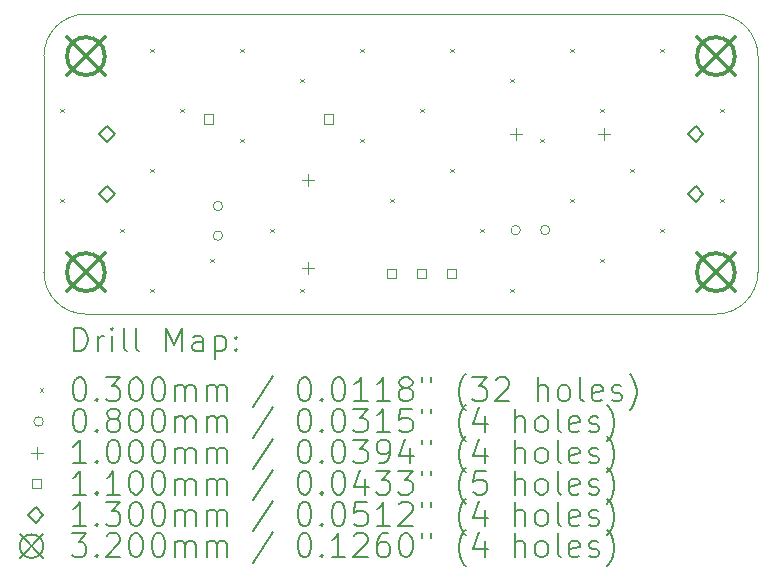
<source format=gbr>
%TF.GenerationSoftware,KiCad,Pcbnew,7.0.10*%
%TF.CreationDate,2024-02-07T21:16:30+06:30*%
%TF.ProjectId,7805,37383035-2e6b-4696-9361-645f70636258,rev?*%
%TF.SameCoordinates,PXa990340PY791ddc0*%
%TF.FileFunction,Drillmap*%
%TF.FilePolarity,Positive*%
%FSLAX45Y45*%
G04 Gerber Fmt 4.5, Leading zero omitted, Abs format (unit mm)*
G04 Created by KiCad (PCBNEW 7.0.10) date 2024-02-07 21:16:30*
%MOMM*%
%LPD*%
G01*
G04 APERTURE LIST*
%ADD10C,0.100000*%
%ADD11C,0.200000*%
%ADD12C,0.110000*%
%ADD13C,0.130000*%
%ADD14C,0.320000*%
G04 APERTURE END LIST*
D10*
X5689600Y0D02*
X355600Y0D01*
X0Y355600D02*
G75*
G03*
X355600Y0I355600J0D01*
G01*
X6045200Y2184400D02*
X6045200Y355600D01*
X355600Y2540000D02*
G75*
G03*
X0Y2184400I0J-355600D01*
G01*
X5689600Y0D02*
G75*
G03*
X6045200Y355600I0J355600D01*
G01*
X6045200Y2184400D02*
G75*
G03*
X5689600Y2540000I-355600J0D01*
G01*
X0Y355600D02*
X0Y2184400D01*
X355600Y2540000D02*
X5689600Y2540000D01*
D11*
D10*
X138548Y1738825D02*
X168548Y1708825D01*
X168548Y1738825D02*
X138548Y1708825D01*
X138548Y976825D02*
X168548Y946825D01*
X168548Y976825D02*
X138548Y946825D01*
X646548Y722825D02*
X676548Y692825D01*
X676548Y722825D02*
X646548Y692825D01*
X900548Y2246825D02*
X930548Y2216825D01*
X930548Y2246825D02*
X900548Y2216825D01*
X900548Y1230825D02*
X930548Y1200825D01*
X930548Y1230825D02*
X900548Y1200825D01*
X900548Y214825D02*
X930548Y184825D01*
X930548Y214825D02*
X900548Y184825D01*
X1154548Y1738825D02*
X1184548Y1708825D01*
X1184548Y1738825D02*
X1154548Y1708825D01*
X1408548Y468825D02*
X1438548Y438825D01*
X1438548Y468825D02*
X1408548Y438825D01*
X1662548Y2246825D02*
X1692548Y2216825D01*
X1692548Y2246825D02*
X1662548Y2216825D01*
X1662548Y1484825D02*
X1692548Y1454825D01*
X1692548Y1484825D02*
X1662548Y1454825D01*
X1916548Y722825D02*
X1946548Y692825D01*
X1946548Y722825D02*
X1916548Y692825D01*
X2170548Y1992825D02*
X2200548Y1962825D01*
X2200548Y1992825D02*
X2170548Y1962825D01*
X2170548Y214825D02*
X2200548Y184825D01*
X2200548Y214825D02*
X2170548Y184825D01*
X2678548Y2246825D02*
X2708548Y2216825D01*
X2708548Y2246825D02*
X2678548Y2216825D01*
X2678548Y1484825D02*
X2708548Y1454825D01*
X2708548Y1484825D02*
X2678548Y1454825D01*
X2932548Y976825D02*
X2962548Y946825D01*
X2962548Y976825D02*
X2932548Y946825D01*
X3186548Y1738825D02*
X3216548Y1708825D01*
X3216548Y1738825D02*
X3186548Y1708825D01*
X3440548Y2246825D02*
X3470548Y2216825D01*
X3470548Y2246825D02*
X3440548Y2216825D01*
X3440548Y1230825D02*
X3470548Y1200825D01*
X3470548Y1230825D02*
X3440548Y1200825D01*
X3694548Y722825D02*
X3724548Y692825D01*
X3724548Y722825D02*
X3694548Y692825D01*
X3948548Y1992825D02*
X3978548Y1962825D01*
X3978548Y1992825D02*
X3948548Y1962825D01*
X3948548Y214825D02*
X3978548Y184825D01*
X3978548Y214825D02*
X3948548Y184825D01*
X4202548Y1484825D02*
X4232548Y1454825D01*
X4232548Y1484825D02*
X4202548Y1454825D01*
X4456548Y2246825D02*
X4486548Y2216825D01*
X4486548Y2246825D02*
X4456548Y2216825D01*
X4456548Y976825D02*
X4486548Y946825D01*
X4486548Y976825D02*
X4456548Y946825D01*
X4710548Y1738825D02*
X4740548Y1708825D01*
X4740548Y1738825D02*
X4710548Y1708825D01*
X4710548Y468825D02*
X4740548Y438825D01*
X4740548Y468825D02*
X4710548Y438825D01*
X4964548Y1230825D02*
X4994548Y1200825D01*
X4994548Y1230825D02*
X4964548Y1200825D01*
X5218548Y2246825D02*
X5248548Y2216825D01*
X5248548Y2246825D02*
X5218548Y2216825D01*
X5218548Y722825D02*
X5248548Y692825D01*
X5248548Y722825D02*
X5218548Y692825D01*
X5726548Y1738825D02*
X5756548Y1708825D01*
X5756548Y1738825D02*
X5726548Y1708825D01*
X5726548Y976825D02*
X5756548Y946825D01*
X5756548Y976825D02*
X5726548Y946825D01*
X1513200Y914400D02*
G75*
G03*
X1433200Y914400I-40000J0D01*
G01*
X1433200Y914400D02*
G75*
G03*
X1513200Y914400I40000J0D01*
G01*
X1513200Y664400D02*
G75*
G03*
X1433200Y664400I-40000J0D01*
G01*
X1433200Y664400D02*
G75*
G03*
X1513200Y664400I40000J0D01*
G01*
X4034289Y711200D02*
G75*
G03*
X3954289Y711200I-40000J0D01*
G01*
X3954289Y711200D02*
G75*
G03*
X4034289Y711200I40000J0D01*
G01*
X4284289Y711200D02*
G75*
G03*
X4204289Y711200I-40000J0D01*
G01*
X4204289Y711200D02*
G75*
G03*
X4284289Y711200I40000J0D01*
G01*
X2235200Y1187000D02*
X2235200Y1087000D01*
X2185200Y1137000D02*
X2285200Y1137000D01*
X2235200Y437000D02*
X2235200Y337000D01*
X2185200Y387000D02*
X2285200Y387000D01*
X3993800Y1574000D02*
X3993800Y1474000D01*
X3943800Y1524000D02*
X4043800Y1524000D01*
X4743800Y1574000D02*
X4743800Y1474000D01*
X4693800Y1524000D02*
X4793800Y1524000D01*
D12*
X1435891Y1612109D02*
X1435891Y1689891D01*
X1358109Y1689891D01*
X1358109Y1612109D01*
X1435891Y1612109D01*
X2451891Y1612109D02*
X2451891Y1689891D01*
X2374109Y1689891D01*
X2374109Y1612109D01*
X2451891Y1612109D01*
X2985291Y308109D02*
X2985291Y385891D01*
X2907509Y385891D01*
X2907509Y308109D01*
X2985291Y308109D01*
X3239291Y308109D02*
X3239291Y385891D01*
X3161509Y385891D01*
X3161509Y308109D01*
X3239291Y308109D01*
X3493291Y308109D02*
X3493291Y385891D01*
X3415509Y385891D01*
X3415509Y308109D01*
X3493291Y308109D01*
D13*
X533400Y1459500D02*
X598400Y1524500D01*
X533400Y1589500D01*
X468400Y1524500D01*
X533400Y1459500D01*
X533400Y951500D02*
X598400Y1016500D01*
X533400Y1081500D01*
X468400Y1016500D01*
X533400Y951500D01*
X5516900Y1458500D02*
X5581900Y1523500D01*
X5516900Y1588500D01*
X5451900Y1523500D01*
X5516900Y1458500D01*
X5516900Y950500D02*
X5581900Y1015500D01*
X5516900Y1080500D01*
X5451900Y1015500D01*
X5516900Y950500D01*
D14*
X195600Y2344400D02*
X515600Y2024400D01*
X515600Y2344400D02*
X195600Y2024400D01*
X515600Y2184400D02*
G75*
G03*
X195600Y2184400I-160000J0D01*
G01*
X195600Y2184400D02*
G75*
G03*
X515600Y2184400I160000J0D01*
G01*
X195600Y515600D02*
X515600Y195600D01*
X515600Y515600D02*
X195600Y195600D01*
X515600Y355600D02*
G75*
G03*
X195600Y355600I-160000J0D01*
G01*
X195600Y355600D02*
G75*
G03*
X515600Y355600I160000J0D01*
G01*
X5529600Y2344400D02*
X5849600Y2024400D01*
X5849600Y2344400D02*
X5529600Y2024400D01*
X5849600Y2184400D02*
G75*
G03*
X5529600Y2184400I-160000J0D01*
G01*
X5529600Y2184400D02*
G75*
G03*
X5849600Y2184400I160000J0D01*
G01*
X5529600Y515600D02*
X5849600Y195600D01*
X5849600Y515600D02*
X5529600Y195600D01*
X5849600Y355600D02*
G75*
G03*
X5529600Y355600I-160000J0D01*
G01*
X5529600Y355600D02*
G75*
G03*
X5849600Y355600I160000J0D01*
G01*
D11*
X255777Y-316484D02*
X255777Y-116484D01*
X255777Y-116484D02*
X303396Y-116484D01*
X303396Y-116484D02*
X331967Y-126008D01*
X331967Y-126008D02*
X351015Y-145055D01*
X351015Y-145055D02*
X360539Y-164103D01*
X360539Y-164103D02*
X370062Y-202198D01*
X370062Y-202198D02*
X370062Y-230769D01*
X370062Y-230769D02*
X360539Y-268865D01*
X360539Y-268865D02*
X351015Y-287912D01*
X351015Y-287912D02*
X331967Y-306960D01*
X331967Y-306960D02*
X303396Y-316484D01*
X303396Y-316484D02*
X255777Y-316484D01*
X455777Y-316484D02*
X455777Y-183150D01*
X455777Y-221246D02*
X465301Y-202198D01*
X465301Y-202198D02*
X474824Y-192674D01*
X474824Y-192674D02*
X493872Y-183150D01*
X493872Y-183150D02*
X512920Y-183150D01*
X579586Y-316484D02*
X579586Y-183150D01*
X579586Y-116484D02*
X570063Y-126008D01*
X570063Y-126008D02*
X579586Y-135531D01*
X579586Y-135531D02*
X589110Y-126008D01*
X589110Y-126008D02*
X579586Y-116484D01*
X579586Y-116484D02*
X579586Y-135531D01*
X703396Y-316484D02*
X684348Y-306960D01*
X684348Y-306960D02*
X674824Y-287912D01*
X674824Y-287912D02*
X674824Y-116484D01*
X808158Y-316484D02*
X789110Y-306960D01*
X789110Y-306960D02*
X779586Y-287912D01*
X779586Y-287912D02*
X779586Y-116484D01*
X1036729Y-316484D02*
X1036729Y-116484D01*
X1036729Y-116484D02*
X1103396Y-259341D01*
X1103396Y-259341D02*
X1170063Y-116484D01*
X1170063Y-116484D02*
X1170063Y-316484D01*
X1351015Y-316484D02*
X1351015Y-211722D01*
X1351015Y-211722D02*
X1341491Y-192674D01*
X1341491Y-192674D02*
X1322444Y-183150D01*
X1322444Y-183150D02*
X1284348Y-183150D01*
X1284348Y-183150D02*
X1265301Y-192674D01*
X1351015Y-306960D02*
X1331967Y-316484D01*
X1331967Y-316484D02*
X1284348Y-316484D01*
X1284348Y-316484D02*
X1265301Y-306960D01*
X1265301Y-306960D02*
X1255777Y-287912D01*
X1255777Y-287912D02*
X1255777Y-268865D01*
X1255777Y-268865D02*
X1265301Y-249817D01*
X1265301Y-249817D02*
X1284348Y-240293D01*
X1284348Y-240293D02*
X1331967Y-240293D01*
X1331967Y-240293D02*
X1351015Y-230769D01*
X1446253Y-183150D02*
X1446253Y-383150D01*
X1446253Y-192674D02*
X1465301Y-183150D01*
X1465301Y-183150D02*
X1503396Y-183150D01*
X1503396Y-183150D02*
X1522443Y-192674D01*
X1522443Y-192674D02*
X1531967Y-202198D01*
X1531967Y-202198D02*
X1541491Y-221246D01*
X1541491Y-221246D02*
X1541491Y-278389D01*
X1541491Y-278389D02*
X1531967Y-297436D01*
X1531967Y-297436D02*
X1522443Y-306960D01*
X1522443Y-306960D02*
X1503396Y-316484D01*
X1503396Y-316484D02*
X1465301Y-316484D01*
X1465301Y-316484D02*
X1446253Y-306960D01*
X1627205Y-297436D02*
X1636729Y-306960D01*
X1636729Y-306960D02*
X1627205Y-316484D01*
X1627205Y-316484D02*
X1617682Y-306960D01*
X1617682Y-306960D02*
X1627205Y-297436D01*
X1627205Y-297436D02*
X1627205Y-316484D01*
X1627205Y-192674D02*
X1636729Y-202198D01*
X1636729Y-202198D02*
X1627205Y-211722D01*
X1627205Y-211722D02*
X1617682Y-202198D01*
X1617682Y-202198D02*
X1627205Y-192674D01*
X1627205Y-192674D02*
X1627205Y-211722D01*
D10*
X-35000Y-630000D02*
X-5000Y-660000D01*
X-5000Y-630000D02*
X-35000Y-660000D01*
D11*
X293872Y-536484D02*
X312920Y-536484D01*
X312920Y-536484D02*
X331967Y-546008D01*
X331967Y-546008D02*
X341491Y-555531D01*
X341491Y-555531D02*
X351015Y-574579D01*
X351015Y-574579D02*
X360539Y-612674D01*
X360539Y-612674D02*
X360539Y-660293D01*
X360539Y-660293D02*
X351015Y-698389D01*
X351015Y-698389D02*
X341491Y-717436D01*
X341491Y-717436D02*
X331967Y-726960D01*
X331967Y-726960D02*
X312920Y-736484D01*
X312920Y-736484D02*
X293872Y-736484D01*
X293872Y-736484D02*
X274824Y-726960D01*
X274824Y-726960D02*
X265301Y-717436D01*
X265301Y-717436D02*
X255777Y-698389D01*
X255777Y-698389D02*
X246253Y-660293D01*
X246253Y-660293D02*
X246253Y-612674D01*
X246253Y-612674D02*
X255777Y-574579D01*
X255777Y-574579D02*
X265301Y-555531D01*
X265301Y-555531D02*
X274824Y-546008D01*
X274824Y-546008D02*
X293872Y-536484D01*
X446253Y-717436D02*
X455777Y-726960D01*
X455777Y-726960D02*
X446253Y-736484D01*
X446253Y-736484D02*
X436729Y-726960D01*
X436729Y-726960D02*
X446253Y-717436D01*
X446253Y-717436D02*
X446253Y-736484D01*
X522443Y-536484D02*
X646253Y-536484D01*
X646253Y-536484D02*
X579586Y-612674D01*
X579586Y-612674D02*
X608158Y-612674D01*
X608158Y-612674D02*
X627205Y-622198D01*
X627205Y-622198D02*
X636729Y-631722D01*
X636729Y-631722D02*
X646253Y-650770D01*
X646253Y-650770D02*
X646253Y-698389D01*
X646253Y-698389D02*
X636729Y-717436D01*
X636729Y-717436D02*
X627205Y-726960D01*
X627205Y-726960D02*
X608158Y-736484D01*
X608158Y-736484D02*
X551015Y-736484D01*
X551015Y-736484D02*
X531967Y-726960D01*
X531967Y-726960D02*
X522443Y-717436D01*
X770062Y-536484D02*
X789110Y-536484D01*
X789110Y-536484D02*
X808158Y-546008D01*
X808158Y-546008D02*
X817682Y-555531D01*
X817682Y-555531D02*
X827205Y-574579D01*
X827205Y-574579D02*
X836729Y-612674D01*
X836729Y-612674D02*
X836729Y-660293D01*
X836729Y-660293D02*
X827205Y-698389D01*
X827205Y-698389D02*
X817682Y-717436D01*
X817682Y-717436D02*
X808158Y-726960D01*
X808158Y-726960D02*
X789110Y-736484D01*
X789110Y-736484D02*
X770062Y-736484D01*
X770062Y-736484D02*
X751015Y-726960D01*
X751015Y-726960D02*
X741491Y-717436D01*
X741491Y-717436D02*
X731967Y-698389D01*
X731967Y-698389D02*
X722443Y-660293D01*
X722443Y-660293D02*
X722443Y-612674D01*
X722443Y-612674D02*
X731967Y-574579D01*
X731967Y-574579D02*
X741491Y-555531D01*
X741491Y-555531D02*
X751015Y-546008D01*
X751015Y-546008D02*
X770062Y-536484D01*
X960539Y-536484D02*
X979586Y-536484D01*
X979586Y-536484D02*
X998634Y-546008D01*
X998634Y-546008D02*
X1008158Y-555531D01*
X1008158Y-555531D02*
X1017682Y-574579D01*
X1017682Y-574579D02*
X1027205Y-612674D01*
X1027205Y-612674D02*
X1027205Y-660293D01*
X1027205Y-660293D02*
X1017682Y-698389D01*
X1017682Y-698389D02*
X1008158Y-717436D01*
X1008158Y-717436D02*
X998634Y-726960D01*
X998634Y-726960D02*
X979586Y-736484D01*
X979586Y-736484D02*
X960539Y-736484D01*
X960539Y-736484D02*
X941491Y-726960D01*
X941491Y-726960D02*
X931967Y-717436D01*
X931967Y-717436D02*
X922443Y-698389D01*
X922443Y-698389D02*
X912920Y-660293D01*
X912920Y-660293D02*
X912920Y-612674D01*
X912920Y-612674D02*
X922443Y-574579D01*
X922443Y-574579D02*
X931967Y-555531D01*
X931967Y-555531D02*
X941491Y-546008D01*
X941491Y-546008D02*
X960539Y-536484D01*
X1112920Y-736484D02*
X1112920Y-603150D01*
X1112920Y-622198D02*
X1122444Y-612674D01*
X1122444Y-612674D02*
X1141491Y-603150D01*
X1141491Y-603150D02*
X1170063Y-603150D01*
X1170063Y-603150D02*
X1189110Y-612674D01*
X1189110Y-612674D02*
X1198634Y-631722D01*
X1198634Y-631722D02*
X1198634Y-736484D01*
X1198634Y-631722D02*
X1208158Y-612674D01*
X1208158Y-612674D02*
X1227205Y-603150D01*
X1227205Y-603150D02*
X1255777Y-603150D01*
X1255777Y-603150D02*
X1274825Y-612674D01*
X1274825Y-612674D02*
X1284348Y-631722D01*
X1284348Y-631722D02*
X1284348Y-736484D01*
X1379586Y-736484D02*
X1379586Y-603150D01*
X1379586Y-622198D02*
X1389110Y-612674D01*
X1389110Y-612674D02*
X1408158Y-603150D01*
X1408158Y-603150D02*
X1436729Y-603150D01*
X1436729Y-603150D02*
X1455777Y-612674D01*
X1455777Y-612674D02*
X1465301Y-631722D01*
X1465301Y-631722D02*
X1465301Y-736484D01*
X1465301Y-631722D02*
X1474824Y-612674D01*
X1474824Y-612674D02*
X1493872Y-603150D01*
X1493872Y-603150D02*
X1522443Y-603150D01*
X1522443Y-603150D02*
X1541491Y-612674D01*
X1541491Y-612674D02*
X1551015Y-631722D01*
X1551015Y-631722D02*
X1551015Y-736484D01*
X1941491Y-526960D02*
X1770063Y-784103D01*
X2198634Y-536484D02*
X2217682Y-536484D01*
X2217682Y-536484D02*
X2236729Y-546008D01*
X2236729Y-546008D02*
X2246253Y-555531D01*
X2246253Y-555531D02*
X2255777Y-574579D01*
X2255777Y-574579D02*
X2265301Y-612674D01*
X2265301Y-612674D02*
X2265301Y-660293D01*
X2265301Y-660293D02*
X2255777Y-698389D01*
X2255777Y-698389D02*
X2246253Y-717436D01*
X2246253Y-717436D02*
X2236729Y-726960D01*
X2236729Y-726960D02*
X2217682Y-736484D01*
X2217682Y-736484D02*
X2198634Y-736484D01*
X2198634Y-736484D02*
X2179587Y-726960D01*
X2179587Y-726960D02*
X2170063Y-717436D01*
X2170063Y-717436D02*
X2160539Y-698389D01*
X2160539Y-698389D02*
X2151015Y-660293D01*
X2151015Y-660293D02*
X2151015Y-612674D01*
X2151015Y-612674D02*
X2160539Y-574579D01*
X2160539Y-574579D02*
X2170063Y-555531D01*
X2170063Y-555531D02*
X2179587Y-546008D01*
X2179587Y-546008D02*
X2198634Y-536484D01*
X2351015Y-717436D02*
X2360539Y-726960D01*
X2360539Y-726960D02*
X2351015Y-736484D01*
X2351015Y-736484D02*
X2341491Y-726960D01*
X2341491Y-726960D02*
X2351015Y-717436D01*
X2351015Y-717436D02*
X2351015Y-736484D01*
X2484348Y-536484D02*
X2503396Y-536484D01*
X2503396Y-536484D02*
X2522444Y-546008D01*
X2522444Y-546008D02*
X2531968Y-555531D01*
X2531968Y-555531D02*
X2541491Y-574579D01*
X2541491Y-574579D02*
X2551015Y-612674D01*
X2551015Y-612674D02*
X2551015Y-660293D01*
X2551015Y-660293D02*
X2541491Y-698389D01*
X2541491Y-698389D02*
X2531968Y-717436D01*
X2531968Y-717436D02*
X2522444Y-726960D01*
X2522444Y-726960D02*
X2503396Y-736484D01*
X2503396Y-736484D02*
X2484348Y-736484D01*
X2484348Y-736484D02*
X2465301Y-726960D01*
X2465301Y-726960D02*
X2455777Y-717436D01*
X2455777Y-717436D02*
X2446253Y-698389D01*
X2446253Y-698389D02*
X2436729Y-660293D01*
X2436729Y-660293D02*
X2436729Y-612674D01*
X2436729Y-612674D02*
X2446253Y-574579D01*
X2446253Y-574579D02*
X2455777Y-555531D01*
X2455777Y-555531D02*
X2465301Y-546008D01*
X2465301Y-546008D02*
X2484348Y-536484D01*
X2741491Y-736484D02*
X2627206Y-736484D01*
X2684348Y-736484D02*
X2684348Y-536484D01*
X2684348Y-536484D02*
X2665301Y-565055D01*
X2665301Y-565055D02*
X2646253Y-584103D01*
X2646253Y-584103D02*
X2627206Y-593627D01*
X2931967Y-736484D02*
X2817682Y-736484D01*
X2874825Y-736484D02*
X2874825Y-536484D01*
X2874825Y-536484D02*
X2855777Y-565055D01*
X2855777Y-565055D02*
X2836729Y-584103D01*
X2836729Y-584103D02*
X2817682Y-593627D01*
X3046253Y-622198D02*
X3027206Y-612674D01*
X3027206Y-612674D02*
X3017682Y-603150D01*
X3017682Y-603150D02*
X3008158Y-584103D01*
X3008158Y-584103D02*
X3008158Y-574579D01*
X3008158Y-574579D02*
X3017682Y-555531D01*
X3017682Y-555531D02*
X3027206Y-546008D01*
X3027206Y-546008D02*
X3046253Y-536484D01*
X3046253Y-536484D02*
X3084348Y-536484D01*
X3084348Y-536484D02*
X3103396Y-546008D01*
X3103396Y-546008D02*
X3112920Y-555531D01*
X3112920Y-555531D02*
X3122444Y-574579D01*
X3122444Y-574579D02*
X3122444Y-584103D01*
X3122444Y-584103D02*
X3112920Y-603150D01*
X3112920Y-603150D02*
X3103396Y-612674D01*
X3103396Y-612674D02*
X3084348Y-622198D01*
X3084348Y-622198D02*
X3046253Y-622198D01*
X3046253Y-622198D02*
X3027206Y-631722D01*
X3027206Y-631722D02*
X3017682Y-641246D01*
X3017682Y-641246D02*
X3008158Y-660293D01*
X3008158Y-660293D02*
X3008158Y-698389D01*
X3008158Y-698389D02*
X3017682Y-717436D01*
X3017682Y-717436D02*
X3027206Y-726960D01*
X3027206Y-726960D02*
X3046253Y-736484D01*
X3046253Y-736484D02*
X3084348Y-736484D01*
X3084348Y-736484D02*
X3103396Y-726960D01*
X3103396Y-726960D02*
X3112920Y-717436D01*
X3112920Y-717436D02*
X3122444Y-698389D01*
X3122444Y-698389D02*
X3122444Y-660293D01*
X3122444Y-660293D02*
X3112920Y-641246D01*
X3112920Y-641246D02*
X3103396Y-631722D01*
X3103396Y-631722D02*
X3084348Y-622198D01*
X3198634Y-536484D02*
X3198634Y-574579D01*
X3274825Y-536484D02*
X3274825Y-574579D01*
X3570063Y-812674D02*
X3560539Y-803150D01*
X3560539Y-803150D02*
X3541491Y-774579D01*
X3541491Y-774579D02*
X3531968Y-755531D01*
X3531968Y-755531D02*
X3522444Y-726960D01*
X3522444Y-726960D02*
X3512920Y-679341D01*
X3512920Y-679341D02*
X3512920Y-641246D01*
X3512920Y-641246D02*
X3522444Y-593627D01*
X3522444Y-593627D02*
X3531968Y-565055D01*
X3531968Y-565055D02*
X3541491Y-546008D01*
X3541491Y-546008D02*
X3560539Y-517436D01*
X3560539Y-517436D02*
X3570063Y-507912D01*
X3627206Y-536484D02*
X3751015Y-536484D01*
X3751015Y-536484D02*
X3684348Y-612674D01*
X3684348Y-612674D02*
X3712920Y-612674D01*
X3712920Y-612674D02*
X3731968Y-622198D01*
X3731968Y-622198D02*
X3741491Y-631722D01*
X3741491Y-631722D02*
X3751015Y-650770D01*
X3751015Y-650770D02*
X3751015Y-698389D01*
X3751015Y-698389D02*
X3741491Y-717436D01*
X3741491Y-717436D02*
X3731968Y-726960D01*
X3731968Y-726960D02*
X3712920Y-736484D01*
X3712920Y-736484D02*
X3655777Y-736484D01*
X3655777Y-736484D02*
X3636729Y-726960D01*
X3636729Y-726960D02*
X3627206Y-717436D01*
X3827206Y-555531D02*
X3836729Y-546008D01*
X3836729Y-546008D02*
X3855777Y-536484D01*
X3855777Y-536484D02*
X3903396Y-536484D01*
X3903396Y-536484D02*
X3922444Y-546008D01*
X3922444Y-546008D02*
X3931968Y-555531D01*
X3931968Y-555531D02*
X3941491Y-574579D01*
X3941491Y-574579D02*
X3941491Y-593627D01*
X3941491Y-593627D02*
X3931968Y-622198D01*
X3931968Y-622198D02*
X3817682Y-736484D01*
X3817682Y-736484D02*
X3941491Y-736484D01*
X4179587Y-736484D02*
X4179587Y-536484D01*
X4265301Y-736484D02*
X4265301Y-631722D01*
X4265301Y-631722D02*
X4255777Y-612674D01*
X4255777Y-612674D02*
X4236730Y-603150D01*
X4236730Y-603150D02*
X4208158Y-603150D01*
X4208158Y-603150D02*
X4189110Y-612674D01*
X4189110Y-612674D02*
X4179587Y-622198D01*
X4389111Y-736484D02*
X4370063Y-726960D01*
X4370063Y-726960D02*
X4360539Y-717436D01*
X4360539Y-717436D02*
X4351015Y-698389D01*
X4351015Y-698389D02*
X4351015Y-641246D01*
X4351015Y-641246D02*
X4360539Y-622198D01*
X4360539Y-622198D02*
X4370063Y-612674D01*
X4370063Y-612674D02*
X4389111Y-603150D01*
X4389111Y-603150D02*
X4417682Y-603150D01*
X4417682Y-603150D02*
X4436730Y-612674D01*
X4436730Y-612674D02*
X4446253Y-622198D01*
X4446253Y-622198D02*
X4455777Y-641246D01*
X4455777Y-641246D02*
X4455777Y-698389D01*
X4455777Y-698389D02*
X4446253Y-717436D01*
X4446253Y-717436D02*
X4436730Y-726960D01*
X4436730Y-726960D02*
X4417682Y-736484D01*
X4417682Y-736484D02*
X4389111Y-736484D01*
X4570063Y-736484D02*
X4551015Y-726960D01*
X4551015Y-726960D02*
X4541492Y-707912D01*
X4541492Y-707912D02*
X4541492Y-536484D01*
X4722444Y-726960D02*
X4703396Y-736484D01*
X4703396Y-736484D02*
X4665301Y-736484D01*
X4665301Y-736484D02*
X4646253Y-726960D01*
X4646253Y-726960D02*
X4636730Y-707912D01*
X4636730Y-707912D02*
X4636730Y-631722D01*
X4636730Y-631722D02*
X4646253Y-612674D01*
X4646253Y-612674D02*
X4665301Y-603150D01*
X4665301Y-603150D02*
X4703396Y-603150D01*
X4703396Y-603150D02*
X4722444Y-612674D01*
X4722444Y-612674D02*
X4731968Y-631722D01*
X4731968Y-631722D02*
X4731968Y-650770D01*
X4731968Y-650770D02*
X4636730Y-669817D01*
X4808158Y-726960D02*
X4827206Y-736484D01*
X4827206Y-736484D02*
X4865301Y-736484D01*
X4865301Y-736484D02*
X4884349Y-726960D01*
X4884349Y-726960D02*
X4893873Y-707912D01*
X4893873Y-707912D02*
X4893873Y-698389D01*
X4893873Y-698389D02*
X4884349Y-679341D01*
X4884349Y-679341D02*
X4865301Y-669817D01*
X4865301Y-669817D02*
X4836730Y-669817D01*
X4836730Y-669817D02*
X4817682Y-660293D01*
X4817682Y-660293D02*
X4808158Y-641246D01*
X4808158Y-641246D02*
X4808158Y-631722D01*
X4808158Y-631722D02*
X4817682Y-612674D01*
X4817682Y-612674D02*
X4836730Y-603150D01*
X4836730Y-603150D02*
X4865301Y-603150D01*
X4865301Y-603150D02*
X4884349Y-612674D01*
X4960539Y-812674D02*
X4970063Y-803150D01*
X4970063Y-803150D02*
X4989111Y-774579D01*
X4989111Y-774579D02*
X4998634Y-755531D01*
X4998634Y-755531D02*
X5008158Y-726960D01*
X5008158Y-726960D02*
X5017682Y-679341D01*
X5017682Y-679341D02*
X5017682Y-641246D01*
X5017682Y-641246D02*
X5008158Y-593627D01*
X5008158Y-593627D02*
X4998634Y-565055D01*
X4998634Y-565055D02*
X4989111Y-546008D01*
X4989111Y-546008D02*
X4970063Y-517436D01*
X4970063Y-517436D02*
X4960539Y-507912D01*
D10*
X-5000Y-909000D02*
G75*
G03*
X-85000Y-909000I-40000J0D01*
G01*
X-85000Y-909000D02*
G75*
G03*
X-5000Y-909000I40000J0D01*
G01*
D11*
X293872Y-800484D02*
X312920Y-800484D01*
X312920Y-800484D02*
X331967Y-810008D01*
X331967Y-810008D02*
X341491Y-819531D01*
X341491Y-819531D02*
X351015Y-838579D01*
X351015Y-838579D02*
X360539Y-876674D01*
X360539Y-876674D02*
X360539Y-924293D01*
X360539Y-924293D02*
X351015Y-962388D01*
X351015Y-962388D02*
X341491Y-981436D01*
X341491Y-981436D02*
X331967Y-990960D01*
X331967Y-990960D02*
X312920Y-1000484D01*
X312920Y-1000484D02*
X293872Y-1000484D01*
X293872Y-1000484D02*
X274824Y-990960D01*
X274824Y-990960D02*
X265301Y-981436D01*
X265301Y-981436D02*
X255777Y-962388D01*
X255777Y-962388D02*
X246253Y-924293D01*
X246253Y-924293D02*
X246253Y-876674D01*
X246253Y-876674D02*
X255777Y-838579D01*
X255777Y-838579D02*
X265301Y-819531D01*
X265301Y-819531D02*
X274824Y-810008D01*
X274824Y-810008D02*
X293872Y-800484D01*
X446253Y-981436D02*
X455777Y-990960D01*
X455777Y-990960D02*
X446253Y-1000484D01*
X446253Y-1000484D02*
X436729Y-990960D01*
X436729Y-990960D02*
X446253Y-981436D01*
X446253Y-981436D02*
X446253Y-1000484D01*
X570063Y-886198D02*
X551015Y-876674D01*
X551015Y-876674D02*
X541491Y-867150D01*
X541491Y-867150D02*
X531967Y-848103D01*
X531967Y-848103D02*
X531967Y-838579D01*
X531967Y-838579D02*
X541491Y-819531D01*
X541491Y-819531D02*
X551015Y-810008D01*
X551015Y-810008D02*
X570063Y-800484D01*
X570063Y-800484D02*
X608158Y-800484D01*
X608158Y-800484D02*
X627205Y-810008D01*
X627205Y-810008D02*
X636729Y-819531D01*
X636729Y-819531D02*
X646253Y-838579D01*
X646253Y-838579D02*
X646253Y-848103D01*
X646253Y-848103D02*
X636729Y-867150D01*
X636729Y-867150D02*
X627205Y-876674D01*
X627205Y-876674D02*
X608158Y-886198D01*
X608158Y-886198D02*
X570063Y-886198D01*
X570063Y-886198D02*
X551015Y-895722D01*
X551015Y-895722D02*
X541491Y-905246D01*
X541491Y-905246D02*
X531967Y-924293D01*
X531967Y-924293D02*
X531967Y-962388D01*
X531967Y-962388D02*
X541491Y-981436D01*
X541491Y-981436D02*
X551015Y-990960D01*
X551015Y-990960D02*
X570063Y-1000484D01*
X570063Y-1000484D02*
X608158Y-1000484D01*
X608158Y-1000484D02*
X627205Y-990960D01*
X627205Y-990960D02*
X636729Y-981436D01*
X636729Y-981436D02*
X646253Y-962388D01*
X646253Y-962388D02*
X646253Y-924293D01*
X646253Y-924293D02*
X636729Y-905246D01*
X636729Y-905246D02*
X627205Y-895722D01*
X627205Y-895722D02*
X608158Y-886198D01*
X770062Y-800484D02*
X789110Y-800484D01*
X789110Y-800484D02*
X808158Y-810008D01*
X808158Y-810008D02*
X817682Y-819531D01*
X817682Y-819531D02*
X827205Y-838579D01*
X827205Y-838579D02*
X836729Y-876674D01*
X836729Y-876674D02*
X836729Y-924293D01*
X836729Y-924293D02*
X827205Y-962388D01*
X827205Y-962388D02*
X817682Y-981436D01*
X817682Y-981436D02*
X808158Y-990960D01*
X808158Y-990960D02*
X789110Y-1000484D01*
X789110Y-1000484D02*
X770062Y-1000484D01*
X770062Y-1000484D02*
X751015Y-990960D01*
X751015Y-990960D02*
X741491Y-981436D01*
X741491Y-981436D02*
X731967Y-962388D01*
X731967Y-962388D02*
X722443Y-924293D01*
X722443Y-924293D02*
X722443Y-876674D01*
X722443Y-876674D02*
X731967Y-838579D01*
X731967Y-838579D02*
X741491Y-819531D01*
X741491Y-819531D02*
X751015Y-810008D01*
X751015Y-810008D02*
X770062Y-800484D01*
X960539Y-800484D02*
X979586Y-800484D01*
X979586Y-800484D02*
X998634Y-810008D01*
X998634Y-810008D02*
X1008158Y-819531D01*
X1008158Y-819531D02*
X1017682Y-838579D01*
X1017682Y-838579D02*
X1027205Y-876674D01*
X1027205Y-876674D02*
X1027205Y-924293D01*
X1027205Y-924293D02*
X1017682Y-962388D01*
X1017682Y-962388D02*
X1008158Y-981436D01*
X1008158Y-981436D02*
X998634Y-990960D01*
X998634Y-990960D02*
X979586Y-1000484D01*
X979586Y-1000484D02*
X960539Y-1000484D01*
X960539Y-1000484D02*
X941491Y-990960D01*
X941491Y-990960D02*
X931967Y-981436D01*
X931967Y-981436D02*
X922443Y-962388D01*
X922443Y-962388D02*
X912920Y-924293D01*
X912920Y-924293D02*
X912920Y-876674D01*
X912920Y-876674D02*
X922443Y-838579D01*
X922443Y-838579D02*
X931967Y-819531D01*
X931967Y-819531D02*
X941491Y-810008D01*
X941491Y-810008D02*
X960539Y-800484D01*
X1112920Y-1000484D02*
X1112920Y-867150D01*
X1112920Y-886198D02*
X1122444Y-876674D01*
X1122444Y-876674D02*
X1141491Y-867150D01*
X1141491Y-867150D02*
X1170063Y-867150D01*
X1170063Y-867150D02*
X1189110Y-876674D01*
X1189110Y-876674D02*
X1198634Y-895722D01*
X1198634Y-895722D02*
X1198634Y-1000484D01*
X1198634Y-895722D02*
X1208158Y-876674D01*
X1208158Y-876674D02*
X1227205Y-867150D01*
X1227205Y-867150D02*
X1255777Y-867150D01*
X1255777Y-867150D02*
X1274825Y-876674D01*
X1274825Y-876674D02*
X1284348Y-895722D01*
X1284348Y-895722D02*
X1284348Y-1000484D01*
X1379586Y-1000484D02*
X1379586Y-867150D01*
X1379586Y-886198D02*
X1389110Y-876674D01*
X1389110Y-876674D02*
X1408158Y-867150D01*
X1408158Y-867150D02*
X1436729Y-867150D01*
X1436729Y-867150D02*
X1455777Y-876674D01*
X1455777Y-876674D02*
X1465301Y-895722D01*
X1465301Y-895722D02*
X1465301Y-1000484D01*
X1465301Y-895722D02*
X1474824Y-876674D01*
X1474824Y-876674D02*
X1493872Y-867150D01*
X1493872Y-867150D02*
X1522443Y-867150D01*
X1522443Y-867150D02*
X1541491Y-876674D01*
X1541491Y-876674D02*
X1551015Y-895722D01*
X1551015Y-895722D02*
X1551015Y-1000484D01*
X1941491Y-790960D02*
X1770063Y-1048103D01*
X2198634Y-800484D02*
X2217682Y-800484D01*
X2217682Y-800484D02*
X2236729Y-810008D01*
X2236729Y-810008D02*
X2246253Y-819531D01*
X2246253Y-819531D02*
X2255777Y-838579D01*
X2255777Y-838579D02*
X2265301Y-876674D01*
X2265301Y-876674D02*
X2265301Y-924293D01*
X2265301Y-924293D02*
X2255777Y-962388D01*
X2255777Y-962388D02*
X2246253Y-981436D01*
X2246253Y-981436D02*
X2236729Y-990960D01*
X2236729Y-990960D02*
X2217682Y-1000484D01*
X2217682Y-1000484D02*
X2198634Y-1000484D01*
X2198634Y-1000484D02*
X2179587Y-990960D01*
X2179587Y-990960D02*
X2170063Y-981436D01*
X2170063Y-981436D02*
X2160539Y-962388D01*
X2160539Y-962388D02*
X2151015Y-924293D01*
X2151015Y-924293D02*
X2151015Y-876674D01*
X2151015Y-876674D02*
X2160539Y-838579D01*
X2160539Y-838579D02*
X2170063Y-819531D01*
X2170063Y-819531D02*
X2179587Y-810008D01*
X2179587Y-810008D02*
X2198634Y-800484D01*
X2351015Y-981436D02*
X2360539Y-990960D01*
X2360539Y-990960D02*
X2351015Y-1000484D01*
X2351015Y-1000484D02*
X2341491Y-990960D01*
X2341491Y-990960D02*
X2351015Y-981436D01*
X2351015Y-981436D02*
X2351015Y-1000484D01*
X2484348Y-800484D02*
X2503396Y-800484D01*
X2503396Y-800484D02*
X2522444Y-810008D01*
X2522444Y-810008D02*
X2531968Y-819531D01*
X2531968Y-819531D02*
X2541491Y-838579D01*
X2541491Y-838579D02*
X2551015Y-876674D01*
X2551015Y-876674D02*
X2551015Y-924293D01*
X2551015Y-924293D02*
X2541491Y-962388D01*
X2541491Y-962388D02*
X2531968Y-981436D01*
X2531968Y-981436D02*
X2522444Y-990960D01*
X2522444Y-990960D02*
X2503396Y-1000484D01*
X2503396Y-1000484D02*
X2484348Y-1000484D01*
X2484348Y-1000484D02*
X2465301Y-990960D01*
X2465301Y-990960D02*
X2455777Y-981436D01*
X2455777Y-981436D02*
X2446253Y-962388D01*
X2446253Y-962388D02*
X2436729Y-924293D01*
X2436729Y-924293D02*
X2436729Y-876674D01*
X2436729Y-876674D02*
X2446253Y-838579D01*
X2446253Y-838579D02*
X2455777Y-819531D01*
X2455777Y-819531D02*
X2465301Y-810008D01*
X2465301Y-810008D02*
X2484348Y-800484D01*
X2617682Y-800484D02*
X2741491Y-800484D01*
X2741491Y-800484D02*
X2674825Y-876674D01*
X2674825Y-876674D02*
X2703396Y-876674D01*
X2703396Y-876674D02*
X2722444Y-886198D01*
X2722444Y-886198D02*
X2731968Y-895722D01*
X2731968Y-895722D02*
X2741491Y-914769D01*
X2741491Y-914769D02*
X2741491Y-962388D01*
X2741491Y-962388D02*
X2731968Y-981436D01*
X2731968Y-981436D02*
X2722444Y-990960D01*
X2722444Y-990960D02*
X2703396Y-1000484D01*
X2703396Y-1000484D02*
X2646253Y-1000484D01*
X2646253Y-1000484D02*
X2627206Y-990960D01*
X2627206Y-990960D02*
X2617682Y-981436D01*
X2931967Y-1000484D02*
X2817682Y-1000484D01*
X2874825Y-1000484D02*
X2874825Y-800484D01*
X2874825Y-800484D02*
X2855777Y-829055D01*
X2855777Y-829055D02*
X2836729Y-848103D01*
X2836729Y-848103D02*
X2817682Y-857627D01*
X3112920Y-800484D02*
X3017682Y-800484D01*
X3017682Y-800484D02*
X3008158Y-895722D01*
X3008158Y-895722D02*
X3017682Y-886198D01*
X3017682Y-886198D02*
X3036729Y-876674D01*
X3036729Y-876674D02*
X3084348Y-876674D01*
X3084348Y-876674D02*
X3103396Y-886198D01*
X3103396Y-886198D02*
X3112920Y-895722D01*
X3112920Y-895722D02*
X3122444Y-914769D01*
X3122444Y-914769D02*
X3122444Y-962388D01*
X3122444Y-962388D02*
X3112920Y-981436D01*
X3112920Y-981436D02*
X3103396Y-990960D01*
X3103396Y-990960D02*
X3084348Y-1000484D01*
X3084348Y-1000484D02*
X3036729Y-1000484D01*
X3036729Y-1000484D02*
X3017682Y-990960D01*
X3017682Y-990960D02*
X3008158Y-981436D01*
X3198634Y-800484D02*
X3198634Y-838579D01*
X3274825Y-800484D02*
X3274825Y-838579D01*
X3570063Y-1076674D02*
X3560539Y-1067150D01*
X3560539Y-1067150D02*
X3541491Y-1038579D01*
X3541491Y-1038579D02*
X3531968Y-1019531D01*
X3531968Y-1019531D02*
X3522444Y-990960D01*
X3522444Y-990960D02*
X3512920Y-943341D01*
X3512920Y-943341D02*
X3512920Y-905246D01*
X3512920Y-905246D02*
X3522444Y-857627D01*
X3522444Y-857627D02*
X3531968Y-829055D01*
X3531968Y-829055D02*
X3541491Y-810008D01*
X3541491Y-810008D02*
X3560539Y-781436D01*
X3560539Y-781436D02*
X3570063Y-771912D01*
X3731968Y-867150D02*
X3731968Y-1000484D01*
X3684348Y-790960D02*
X3636729Y-933817D01*
X3636729Y-933817D02*
X3760539Y-933817D01*
X3989110Y-1000484D02*
X3989110Y-800484D01*
X4074825Y-1000484D02*
X4074825Y-895722D01*
X4074825Y-895722D02*
X4065301Y-876674D01*
X4065301Y-876674D02*
X4046253Y-867150D01*
X4046253Y-867150D02*
X4017682Y-867150D01*
X4017682Y-867150D02*
X3998634Y-876674D01*
X3998634Y-876674D02*
X3989110Y-886198D01*
X4198634Y-1000484D02*
X4179587Y-990960D01*
X4179587Y-990960D02*
X4170063Y-981436D01*
X4170063Y-981436D02*
X4160539Y-962388D01*
X4160539Y-962388D02*
X4160539Y-905246D01*
X4160539Y-905246D02*
X4170063Y-886198D01*
X4170063Y-886198D02*
X4179587Y-876674D01*
X4179587Y-876674D02*
X4198634Y-867150D01*
X4198634Y-867150D02*
X4227206Y-867150D01*
X4227206Y-867150D02*
X4246253Y-876674D01*
X4246253Y-876674D02*
X4255777Y-886198D01*
X4255777Y-886198D02*
X4265301Y-905246D01*
X4265301Y-905246D02*
X4265301Y-962388D01*
X4265301Y-962388D02*
X4255777Y-981436D01*
X4255777Y-981436D02*
X4246253Y-990960D01*
X4246253Y-990960D02*
X4227206Y-1000484D01*
X4227206Y-1000484D02*
X4198634Y-1000484D01*
X4379587Y-1000484D02*
X4360539Y-990960D01*
X4360539Y-990960D02*
X4351015Y-971912D01*
X4351015Y-971912D02*
X4351015Y-800484D01*
X4531968Y-990960D02*
X4512920Y-1000484D01*
X4512920Y-1000484D02*
X4474825Y-1000484D01*
X4474825Y-1000484D02*
X4455777Y-990960D01*
X4455777Y-990960D02*
X4446253Y-971912D01*
X4446253Y-971912D02*
X4446253Y-895722D01*
X4446253Y-895722D02*
X4455777Y-876674D01*
X4455777Y-876674D02*
X4474825Y-867150D01*
X4474825Y-867150D02*
X4512920Y-867150D01*
X4512920Y-867150D02*
X4531968Y-876674D01*
X4531968Y-876674D02*
X4541492Y-895722D01*
X4541492Y-895722D02*
X4541492Y-914769D01*
X4541492Y-914769D02*
X4446253Y-933817D01*
X4617682Y-990960D02*
X4636730Y-1000484D01*
X4636730Y-1000484D02*
X4674825Y-1000484D01*
X4674825Y-1000484D02*
X4693873Y-990960D01*
X4693873Y-990960D02*
X4703396Y-971912D01*
X4703396Y-971912D02*
X4703396Y-962388D01*
X4703396Y-962388D02*
X4693873Y-943341D01*
X4693873Y-943341D02*
X4674825Y-933817D01*
X4674825Y-933817D02*
X4646253Y-933817D01*
X4646253Y-933817D02*
X4627206Y-924293D01*
X4627206Y-924293D02*
X4617682Y-905246D01*
X4617682Y-905246D02*
X4617682Y-895722D01*
X4617682Y-895722D02*
X4627206Y-876674D01*
X4627206Y-876674D02*
X4646253Y-867150D01*
X4646253Y-867150D02*
X4674825Y-867150D01*
X4674825Y-867150D02*
X4693873Y-876674D01*
X4770063Y-1076674D02*
X4779587Y-1067150D01*
X4779587Y-1067150D02*
X4798634Y-1038579D01*
X4798634Y-1038579D02*
X4808158Y-1019531D01*
X4808158Y-1019531D02*
X4817682Y-990960D01*
X4817682Y-990960D02*
X4827206Y-943341D01*
X4827206Y-943341D02*
X4827206Y-905246D01*
X4827206Y-905246D02*
X4817682Y-857627D01*
X4817682Y-857627D02*
X4808158Y-829055D01*
X4808158Y-829055D02*
X4798634Y-810008D01*
X4798634Y-810008D02*
X4779587Y-781436D01*
X4779587Y-781436D02*
X4770063Y-771912D01*
D10*
X-55000Y-1123000D02*
X-55000Y-1223000D01*
X-105000Y-1173000D02*
X-5000Y-1173000D01*
D11*
X360539Y-1264484D02*
X246253Y-1264484D01*
X303396Y-1264484D02*
X303396Y-1064484D01*
X303396Y-1064484D02*
X284348Y-1093055D01*
X284348Y-1093055D02*
X265301Y-1112103D01*
X265301Y-1112103D02*
X246253Y-1121627D01*
X446253Y-1245436D02*
X455777Y-1254960D01*
X455777Y-1254960D02*
X446253Y-1264484D01*
X446253Y-1264484D02*
X436729Y-1254960D01*
X436729Y-1254960D02*
X446253Y-1245436D01*
X446253Y-1245436D02*
X446253Y-1264484D01*
X579586Y-1064484D02*
X598634Y-1064484D01*
X598634Y-1064484D02*
X617682Y-1074008D01*
X617682Y-1074008D02*
X627205Y-1083531D01*
X627205Y-1083531D02*
X636729Y-1102579D01*
X636729Y-1102579D02*
X646253Y-1140674D01*
X646253Y-1140674D02*
X646253Y-1188293D01*
X646253Y-1188293D02*
X636729Y-1226389D01*
X636729Y-1226389D02*
X627205Y-1245436D01*
X627205Y-1245436D02*
X617682Y-1254960D01*
X617682Y-1254960D02*
X598634Y-1264484D01*
X598634Y-1264484D02*
X579586Y-1264484D01*
X579586Y-1264484D02*
X560539Y-1254960D01*
X560539Y-1254960D02*
X551015Y-1245436D01*
X551015Y-1245436D02*
X541491Y-1226389D01*
X541491Y-1226389D02*
X531967Y-1188293D01*
X531967Y-1188293D02*
X531967Y-1140674D01*
X531967Y-1140674D02*
X541491Y-1102579D01*
X541491Y-1102579D02*
X551015Y-1083531D01*
X551015Y-1083531D02*
X560539Y-1074008D01*
X560539Y-1074008D02*
X579586Y-1064484D01*
X770062Y-1064484D02*
X789110Y-1064484D01*
X789110Y-1064484D02*
X808158Y-1074008D01*
X808158Y-1074008D02*
X817682Y-1083531D01*
X817682Y-1083531D02*
X827205Y-1102579D01*
X827205Y-1102579D02*
X836729Y-1140674D01*
X836729Y-1140674D02*
X836729Y-1188293D01*
X836729Y-1188293D02*
X827205Y-1226389D01*
X827205Y-1226389D02*
X817682Y-1245436D01*
X817682Y-1245436D02*
X808158Y-1254960D01*
X808158Y-1254960D02*
X789110Y-1264484D01*
X789110Y-1264484D02*
X770062Y-1264484D01*
X770062Y-1264484D02*
X751015Y-1254960D01*
X751015Y-1254960D02*
X741491Y-1245436D01*
X741491Y-1245436D02*
X731967Y-1226389D01*
X731967Y-1226389D02*
X722443Y-1188293D01*
X722443Y-1188293D02*
X722443Y-1140674D01*
X722443Y-1140674D02*
X731967Y-1102579D01*
X731967Y-1102579D02*
X741491Y-1083531D01*
X741491Y-1083531D02*
X751015Y-1074008D01*
X751015Y-1074008D02*
X770062Y-1064484D01*
X960539Y-1064484D02*
X979586Y-1064484D01*
X979586Y-1064484D02*
X998634Y-1074008D01*
X998634Y-1074008D02*
X1008158Y-1083531D01*
X1008158Y-1083531D02*
X1017682Y-1102579D01*
X1017682Y-1102579D02*
X1027205Y-1140674D01*
X1027205Y-1140674D02*
X1027205Y-1188293D01*
X1027205Y-1188293D02*
X1017682Y-1226389D01*
X1017682Y-1226389D02*
X1008158Y-1245436D01*
X1008158Y-1245436D02*
X998634Y-1254960D01*
X998634Y-1254960D02*
X979586Y-1264484D01*
X979586Y-1264484D02*
X960539Y-1264484D01*
X960539Y-1264484D02*
X941491Y-1254960D01*
X941491Y-1254960D02*
X931967Y-1245436D01*
X931967Y-1245436D02*
X922443Y-1226389D01*
X922443Y-1226389D02*
X912920Y-1188293D01*
X912920Y-1188293D02*
X912920Y-1140674D01*
X912920Y-1140674D02*
X922443Y-1102579D01*
X922443Y-1102579D02*
X931967Y-1083531D01*
X931967Y-1083531D02*
X941491Y-1074008D01*
X941491Y-1074008D02*
X960539Y-1064484D01*
X1112920Y-1264484D02*
X1112920Y-1131150D01*
X1112920Y-1150198D02*
X1122444Y-1140674D01*
X1122444Y-1140674D02*
X1141491Y-1131150D01*
X1141491Y-1131150D02*
X1170063Y-1131150D01*
X1170063Y-1131150D02*
X1189110Y-1140674D01*
X1189110Y-1140674D02*
X1198634Y-1159722D01*
X1198634Y-1159722D02*
X1198634Y-1264484D01*
X1198634Y-1159722D02*
X1208158Y-1140674D01*
X1208158Y-1140674D02*
X1227205Y-1131150D01*
X1227205Y-1131150D02*
X1255777Y-1131150D01*
X1255777Y-1131150D02*
X1274825Y-1140674D01*
X1274825Y-1140674D02*
X1284348Y-1159722D01*
X1284348Y-1159722D02*
X1284348Y-1264484D01*
X1379586Y-1264484D02*
X1379586Y-1131150D01*
X1379586Y-1150198D02*
X1389110Y-1140674D01*
X1389110Y-1140674D02*
X1408158Y-1131150D01*
X1408158Y-1131150D02*
X1436729Y-1131150D01*
X1436729Y-1131150D02*
X1455777Y-1140674D01*
X1455777Y-1140674D02*
X1465301Y-1159722D01*
X1465301Y-1159722D02*
X1465301Y-1264484D01*
X1465301Y-1159722D02*
X1474824Y-1140674D01*
X1474824Y-1140674D02*
X1493872Y-1131150D01*
X1493872Y-1131150D02*
X1522443Y-1131150D01*
X1522443Y-1131150D02*
X1541491Y-1140674D01*
X1541491Y-1140674D02*
X1551015Y-1159722D01*
X1551015Y-1159722D02*
X1551015Y-1264484D01*
X1941491Y-1054960D02*
X1770063Y-1312103D01*
X2198634Y-1064484D02*
X2217682Y-1064484D01*
X2217682Y-1064484D02*
X2236729Y-1074008D01*
X2236729Y-1074008D02*
X2246253Y-1083531D01*
X2246253Y-1083531D02*
X2255777Y-1102579D01*
X2255777Y-1102579D02*
X2265301Y-1140674D01*
X2265301Y-1140674D02*
X2265301Y-1188293D01*
X2265301Y-1188293D02*
X2255777Y-1226389D01*
X2255777Y-1226389D02*
X2246253Y-1245436D01*
X2246253Y-1245436D02*
X2236729Y-1254960D01*
X2236729Y-1254960D02*
X2217682Y-1264484D01*
X2217682Y-1264484D02*
X2198634Y-1264484D01*
X2198634Y-1264484D02*
X2179587Y-1254960D01*
X2179587Y-1254960D02*
X2170063Y-1245436D01*
X2170063Y-1245436D02*
X2160539Y-1226389D01*
X2160539Y-1226389D02*
X2151015Y-1188293D01*
X2151015Y-1188293D02*
X2151015Y-1140674D01*
X2151015Y-1140674D02*
X2160539Y-1102579D01*
X2160539Y-1102579D02*
X2170063Y-1083531D01*
X2170063Y-1083531D02*
X2179587Y-1074008D01*
X2179587Y-1074008D02*
X2198634Y-1064484D01*
X2351015Y-1245436D02*
X2360539Y-1254960D01*
X2360539Y-1254960D02*
X2351015Y-1264484D01*
X2351015Y-1264484D02*
X2341491Y-1254960D01*
X2341491Y-1254960D02*
X2351015Y-1245436D01*
X2351015Y-1245436D02*
X2351015Y-1264484D01*
X2484348Y-1064484D02*
X2503396Y-1064484D01*
X2503396Y-1064484D02*
X2522444Y-1074008D01*
X2522444Y-1074008D02*
X2531968Y-1083531D01*
X2531968Y-1083531D02*
X2541491Y-1102579D01*
X2541491Y-1102579D02*
X2551015Y-1140674D01*
X2551015Y-1140674D02*
X2551015Y-1188293D01*
X2551015Y-1188293D02*
X2541491Y-1226389D01*
X2541491Y-1226389D02*
X2531968Y-1245436D01*
X2531968Y-1245436D02*
X2522444Y-1254960D01*
X2522444Y-1254960D02*
X2503396Y-1264484D01*
X2503396Y-1264484D02*
X2484348Y-1264484D01*
X2484348Y-1264484D02*
X2465301Y-1254960D01*
X2465301Y-1254960D02*
X2455777Y-1245436D01*
X2455777Y-1245436D02*
X2446253Y-1226389D01*
X2446253Y-1226389D02*
X2436729Y-1188293D01*
X2436729Y-1188293D02*
X2436729Y-1140674D01*
X2436729Y-1140674D02*
X2446253Y-1102579D01*
X2446253Y-1102579D02*
X2455777Y-1083531D01*
X2455777Y-1083531D02*
X2465301Y-1074008D01*
X2465301Y-1074008D02*
X2484348Y-1064484D01*
X2617682Y-1064484D02*
X2741491Y-1064484D01*
X2741491Y-1064484D02*
X2674825Y-1140674D01*
X2674825Y-1140674D02*
X2703396Y-1140674D01*
X2703396Y-1140674D02*
X2722444Y-1150198D01*
X2722444Y-1150198D02*
X2731968Y-1159722D01*
X2731968Y-1159722D02*
X2741491Y-1178770D01*
X2741491Y-1178770D02*
X2741491Y-1226389D01*
X2741491Y-1226389D02*
X2731968Y-1245436D01*
X2731968Y-1245436D02*
X2722444Y-1254960D01*
X2722444Y-1254960D02*
X2703396Y-1264484D01*
X2703396Y-1264484D02*
X2646253Y-1264484D01*
X2646253Y-1264484D02*
X2627206Y-1254960D01*
X2627206Y-1254960D02*
X2617682Y-1245436D01*
X2836729Y-1264484D02*
X2874825Y-1264484D01*
X2874825Y-1264484D02*
X2893872Y-1254960D01*
X2893872Y-1254960D02*
X2903396Y-1245436D01*
X2903396Y-1245436D02*
X2922444Y-1216865D01*
X2922444Y-1216865D02*
X2931967Y-1178770D01*
X2931967Y-1178770D02*
X2931967Y-1102579D01*
X2931967Y-1102579D02*
X2922444Y-1083531D01*
X2922444Y-1083531D02*
X2912920Y-1074008D01*
X2912920Y-1074008D02*
X2893872Y-1064484D01*
X2893872Y-1064484D02*
X2855777Y-1064484D01*
X2855777Y-1064484D02*
X2836729Y-1074008D01*
X2836729Y-1074008D02*
X2827206Y-1083531D01*
X2827206Y-1083531D02*
X2817682Y-1102579D01*
X2817682Y-1102579D02*
X2817682Y-1150198D01*
X2817682Y-1150198D02*
X2827206Y-1169246D01*
X2827206Y-1169246D02*
X2836729Y-1178770D01*
X2836729Y-1178770D02*
X2855777Y-1188293D01*
X2855777Y-1188293D02*
X2893872Y-1188293D01*
X2893872Y-1188293D02*
X2912920Y-1178770D01*
X2912920Y-1178770D02*
X2922444Y-1169246D01*
X2922444Y-1169246D02*
X2931967Y-1150198D01*
X3103396Y-1131150D02*
X3103396Y-1264484D01*
X3055777Y-1054960D02*
X3008158Y-1197817D01*
X3008158Y-1197817D02*
X3131967Y-1197817D01*
X3198634Y-1064484D02*
X3198634Y-1102579D01*
X3274825Y-1064484D02*
X3274825Y-1102579D01*
X3570063Y-1340674D02*
X3560539Y-1331150D01*
X3560539Y-1331150D02*
X3541491Y-1302579D01*
X3541491Y-1302579D02*
X3531968Y-1283531D01*
X3531968Y-1283531D02*
X3522444Y-1254960D01*
X3522444Y-1254960D02*
X3512920Y-1207341D01*
X3512920Y-1207341D02*
X3512920Y-1169246D01*
X3512920Y-1169246D02*
X3522444Y-1121627D01*
X3522444Y-1121627D02*
X3531968Y-1093055D01*
X3531968Y-1093055D02*
X3541491Y-1074008D01*
X3541491Y-1074008D02*
X3560539Y-1045436D01*
X3560539Y-1045436D02*
X3570063Y-1035912D01*
X3731968Y-1131150D02*
X3731968Y-1264484D01*
X3684348Y-1054960D02*
X3636729Y-1197817D01*
X3636729Y-1197817D02*
X3760539Y-1197817D01*
X3989110Y-1264484D02*
X3989110Y-1064484D01*
X4074825Y-1264484D02*
X4074825Y-1159722D01*
X4074825Y-1159722D02*
X4065301Y-1140674D01*
X4065301Y-1140674D02*
X4046253Y-1131150D01*
X4046253Y-1131150D02*
X4017682Y-1131150D01*
X4017682Y-1131150D02*
X3998634Y-1140674D01*
X3998634Y-1140674D02*
X3989110Y-1150198D01*
X4198634Y-1264484D02*
X4179587Y-1254960D01*
X4179587Y-1254960D02*
X4170063Y-1245436D01*
X4170063Y-1245436D02*
X4160539Y-1226389D01*
X4160539Y-1226389D02*
X4160539Y-1169246D01*
X4160539Y-1169246D02*
X4170063Y-1150198D01*
X4170063Y-1150198D02*
X4179587Y-1140674D01*
X4179587Y-1140674D02*
X4198634Y-1131150D01*
X4198634Y-1131150D02*
X4227206Y-1131150D01*
X4227206Y-1131150D02*
X4246253Y-1140674D01*
X4246253Y-1140674D02*
X4255777Y-1150198D01*
X4255777Y-1150198D02*
X4265301Y-1169246D01*
X4265301Y-1169246D02*
X4265301Y-1226389D01*
X4265301Y-1226389D02*
X4255777Y-1245436D01*
X4255777Y-1245436D02*
X4246253Y-1254960D01*
X4246253Y-1254960D02*
X4227206Y-1264484D01*
X4227206Y-1264484D02*
X4198634Y-1264484D01*
X4379587Y-1264484D02*
X4360539Y-1254960D01*
X4360539Y-1254960D02*
X4351015Y-1235912D01*
X4351015Y-1235912D02*
X4351015Y-1064484D01*
X4531968Y-1254960D02*
X4512920Y-1264484D01*
X4512920Y-1264484D02*
X4474825Y-1264484D01*
X4474825Y-1264484D02*
X4455777Y-1254960D01*
X4455777Y-1254960D02*
X4446253Y-1235912D01*
X4446253Y-1235912D02*
X4446253Y-1159722D01*
X4446253Y-1159722D02*
X4455777Y-1140674D01*
X4455777Y-1140674D02*
X4474825Y-1131150D01*
X4474825Y-1131150D02*
X4512920Y-1131150D01*
X4512920Y-1131150D02*
X4531968Y-1140674D01*
X4531968Y-1140674D02*
X4541492Y-1159722D01*
X4541492Y-1159722D02*
X4541492Y-1178770D01*
X4541492Y-1178770D02*
X4446253Y-1197817D01*
X4617682Y-1254960D02*
X4636730Y-1264484D01*
X4636730Y-1264484D02*
X4674825Y-1264484D01*
X4674825Y-1264484D02*
X4693873Y-1254960D01*
X4693873Y-1254960D02*
X4703396Y-1235912D01*
X4703396Y-1235912D02*
X4703396Y-1226389D01*
X4703396Y-1226389D02*
X4693873Y-1207341D01*
X4693873Y-1207341D02*
X4674825Y-1197817D01*
X4674825Y-1197817D02*
X4646253Y-1197817D01*
X4646253Y-1197817D02*
X4627206Y-1188293D01*
X4627206Y-1188293D02*
X4617682Y-1169246D01*
X4617682Y-1169246D02*
X4617682Y-1159722D01*
X4617682Y-1159722D02*
X4627206Y-1140674D01*
X4627206Y-1140674D02*
X4646253Y-1131150D01*
X4646253Y-1131150D02*
X4674825Y-1131150D01*
X4674825Y-1131150D02*
X4693873Y-1140674D01*
X4770063Y-1340674D02*
X4779587Y-1331150D01*
X4779587Y-1331150D02*
X4798634Y-1302579D01*
X4798634Y-1302579D02*
X4808158Y-1283531D01*
X4808158Y-1283531D02*
X4817682Y-1254960D01*
X4817682Y-1254960D02*
X4827206Y-1207341D01*
X4827206Y-1207341D02*
X4827206Y-1169246D01*
X4827206Y-1169246D02*
X4817682Y-1121627D01*
X4817682Y-1121627D02*
X4808158Y-1093055D01*
X4808158Y-1093055D02*
X4798634Y-1074008D01*
X4798634Y-1074008D02*
X4779587Y-1045436D01*
X4779587Y-1045436D02*
X4770063Y-1035912D01*
D12*
X-21109Y-1475891D02*
X-21109Y-1398109D01*
X-98891Y-1398109D01*
X-98891Y-1475891D01*
X-21109Y-1475891D01*
D11*
X360539Y-1528484D02*
X246253Y-1528484D01*
X303396Y-1528484D02*
X303396Y-1328484D01*
X303396Y-1328484D02*
X284348Y-1357055D01*
X284348Y-1357055D02*
X265301Y-1376103D01*
X265301Y-1376103D02*
X246253Y-1385627D01*
X446253Y-1509436D02*
X455777Y-1518960D01*
X455777Y-1518960D02*
X446253Y-1528484D01*
X446253Y-1528484D02*
X436729Y-1518960D01*
X436729Y-1518960D02*
X446253Y-1509436D01*
X446253Y-1509436D02*
X446253Y-1528484D01*
X646253Y-1528484D02*
X531967Y-1528484D01*
X589110Y-1528484D02*
X589110Y-1328484D01*
X589110Y-1328484D02*
X570063Y-1357055D01*
X570063Y-1357055D02*
X551015Y-1376103D01*
X551015Y-1376103D02*
X531967Y-1385627D01*
X770062Y-1328484D02*
X789110Y-1328484D01*
X789110Y-1328484D02*
X808158Y-1338008D01*
X808158Y-1338008D02*
X817682Y-1347531D01*
X817682Y-1347531D02*
X827205Y-1366579D01*
X827205Y-1366579D02*
X836729Y-1404674D01*
X836729Y-1404674D02*
X836729Y-1452293D01*
X836729Y-1452293D02*
X827205Y-1490388D01*
X827205Y-1490388D02*
X817682Y-1509436D01*
X817682Y-1509436D02*
X808158Y-1518960D01*
X808158Y-1518960D02*
X789110Y-1528484D01*
X789110Y-1528484D02*
X770062Y-1528484D01*
X770062Y-1528484D02*
X751015Y-1518960D01*
X751015Y-1518960D02*
X741491Y-1509436D01*
X741491Y-1509436D02*
X731967Y-1490388D01*
X731967Y-1490388D02*
X722443Y-1452293D01*
X722443Y-1452293D02*
X722443Y-1404674D01*
X722443Y-1404674D02*
X731967Y-1366579D01*
X731967Y-1366579D02*
X741491Y-1347531D01*
X741491Y-1347531D02*
X751015Y-1338008D01*
X751015Y-1338008D02*
X770062Y-1328484D01*
X960539Y-1328484D02*
X979586Y-1328484D01*
X979586Y-1328484D02*
X998634Y-1338008D01*
X998634Y-1338008D02*
X1008158Y-1347531D01*
X1008158Y-1347531D02*
X1017682Y-1366579D01*
X1017682Y-1366579D02*
X1027205Y-1404674D01*
X1027205Y-1404674D02*
X1027205Y-1452293D01*
X1027205Y-1452293D02*
X1017682Y-1490388D01*
X1017682Y-1490388D02*
X1008158Y-1509436D01*
X1008158Y-1509436D02*
X998634Y-1518960D01*
X998634Y-1518960D02*
X979586Y-1528484D01*
X979586Y-1528484D02*
X960539Y-1528484D01*
X960539Y-1528484D02*
X941491Y-1518960D01*
X941491Y-1518960D02*
X931967Y-1509436D01*
X931967Y-1509436D02*
X922443Y-1490388D01*
X922443Y-1490388D02*
X912920Y-1452293D01*
X912920Y-1452293D02*
X912920Y-1404674D01*
X912920Y-1404674D02*
X922443Y-1366579D01*
X922443Y-1366579D02*
X931967Y-1347531D01*
X931967Y-1347531D02*
X941491Y-1338008D01*
X941491Y-1338008D02*
X960539Y-1328484D01*
X1112920Y-1528484D02*
X1112920Y-1395150D01*
X1112920Y-1414198D02*
X1122444Y-1404674D01*
X1122444Y-1404674D02*
X1141491Y-1395150D01*
X1141491Y-1395150D02*
X1170063Y-1395150D01*
X1170063Y-1395150D02*
X1189110Y-1404674D01*
X1189110Y-1404674D02*
X1198634Y-1423722D01*
X1198634Y-1423722D02*
X1198634Y-1528484D01*
X1198634Y-1423722D02*
X1208158Y-1404674D01*
X1208158Y-1404674D02*
X1227205Y-1395150D01*
X1227205Y-1395150D02*
X1255777Y-1395150D01*
X1255777Y-1395150D02*
X1274825Y-1404674D01*
X1274825Y-1404674D02*
X1284348Y-1423722D01*
X1284348Y-1423722D02*
X1284348Y-1528484D01*
X1379586Y-1528484D02*
X1379586Y-1395150D01*
X1379586Y-1414198D02*
X1389110Y-1404674D01*
X1389110Y-1404674D02*
X1408158Y-1395150D01*
X1408158Y-1395150D02*
X1436729Y-1395150D01*
X1436729Y-1395150D02*
X1455777Y-1404674D01*
X1455777Y-1404674D02*
X1465301Y-1423722D01*
X1465301Y-1423722D02*
X1465301Y-1528484D01*
X1465301Y-1423722D02*
X1474824Y-1404674D01*
X1474824Y-1404674D02*
X1493872Y-1395150D01*
X1493872Y-1395150D02*
X1522443Y-1395150D01*
X1522443Y-1395150D02*
X1541491Y-1404674D01*
X1541491Y-1404674D02*
X1551015Y-1423722D01*
X1551015Y-1423722D02*
X1551015Y-1528484D01*
X1941491Y-1318960D02*
X1770063Y-1576103D01*
X2198634Y-1328484D02*
X2217682Y-1328484D01*
X2217682Y-1328484D02*
X2236729Y-1338008D01*
X2236729Y-1338008D02*
X2246253Y-1347531D01*
X2246253Y-1347531D02*
X2255777Y-1366579D01*
X2255777Y-1366579D02*
X2265301Y-1404674D01*
X2265301Y-1404674D02*
X2265301Y-1452293D01*
X2265301Y-1452293D02*
X2255777Y-1490388D01*
X2255777Y-1490388D02*
X2246253Y-1509436D01*
X2246253Y-1509436D02*
X2236729Y-1518960D01*
X2236729Y-1518960D02*
X2217682Y-1528484D01*
X2217682Y-1528484D02*
X2198634Y-1528484D01*
X2198634Y-1528484D02*
X2179587Y-1518960D01*
X2179587Y-1518960D02*
X2170063Y-1509436D01*
X2170063Y-1509436D02*
X2160539Y-1490388D01*
X2160539Y-1490388D02*
X2151015Y-1452293D01*
X2151015Y-1452293D02*
X2151015Y-1404674D01*
X2151015Y-1404674D02*
X2160539Y-1366579D01*
X2160539Y-1366579D02*
X2170063Y-1347531D01*
X2170063Y-1347531D02*
X2179587Y-1338008D01*
X2179587Y-1338008D02*
X2198634Y-1328484D01*
X2351015Y-1509436D02*
X2360539Y-1518960D01*
X2360539Y-1518960D02*
X2351015Y-1528484D01*
X2351015Y-1528484D02*
X2341491Y-1518960D01*
X2341491Y-1518960D02*
X2351015Y-1509436D01*
X2351015Y-1509436D02*
X2351015Y-1528484D01*
X2484348Y-1328484D02*
X2503396Y-1328484D01*
X2503396Y-1328484D02*
X2522444Y-1338008D01*
X2522444Y-1338008D02*
X2531968Y-1347531D01*
X2531968Y-1347531D02*
X2541491Y-1366579D01*
X2541491Y-1366579D02*
X2551015Y-1404674D01*
X2551015Y-1404674D02*
X2551015Y-1452293D01*
X2551015Y-1452293D02*
X2541491Y-1490388D01*
X2541491Y-1490388D02*
X2531968Y-1509436D01*
X2531968Y-1509436D02*
X2522444Y-1518960D01*
X2522444Y-1518960D02*
X2503396Y-1528484D01*
X2503396Y-1528484D02*
X2484348Y-1528484D01*
X2484348Y-1528484D02*
X2465301Y-1518960D01*
X2465301Y-1518960D02*
X2455777Y-1509436D01*
X2455777Y-1509436D02*
X2446253Y-1490388D01*
X2446253Y-1490388D02*
X2436729Y-1452293D01*
X2436729Y-1452293D02*
X2436729Y-1404674D01*
X2436729Y-1404674D02*
X2446253Y-1366579D01*
X2446253Y-1366579D02*
X2455777Y-1347531D01*
X2455777Y-1347531D02*
X2465301Y-1338008D01*
X2465301Y-1338008D02*
X2484348Y-1328484D01*
X2722444Y-1395150D02*
X2722444Y-1528484D01*
X2674825Y-1318960D02*
X2627206Y-1461817D01*
X2627206Y-1461817D02*
X2751015Y-1461817D01*
X2808158Y-1328484D02*
X2931967Y-1328484D01*
X2931967Y-1328484D02*
X2865301Y-1404674D01*
X2865301Y-1404674D02*
X2893872Y-1404674D01*
X2893872Y-1404674D02*
X2912920Y-1414198D01*
X2912920Y-1414198D02*
X2922444Y-1423722D01*
X2922444Y-1423722D02*
X2931967Y-1442769D01*
X2931967Y-1442769D02*
X2931967Y-1490388D01*
X2931967Y-1490388D02*
X2922444Y-1509436D01*
X2922444Y-1509436D02*
X2912920Y-1518960D01*
X2912920Y-1518960D02*
X2893872Y-1528484D01*
X2893872Y-1528484D02*
X2836729Y-1528484D01*
X2836729Y-1528484D02*
X2817682Y-1518960D01*
X2817682Y-1518960D02*
X2808158Y-1509436D01*
X2998634Y-1328484D02*
X3122444Y-1328484D01*
X3122444Y-1328484D02*
X3055777Y-1404674D01*
X3055777Y-1404674D02*
X3084348Y-1404674D01*
X3084348Y-1404674D02*
X3103396Y-1414198D01*
X3103396Y-1414198D02*
X3112920Y-1423722D01*
X3112920Y-1423722D02*
X3122444Y-1442769D01*
X3122444Y-1442769D02*
X3122444Y-1490388D01*
X3122444Y-1490388D02*
X3112920Y-1509436D01*
X3112920Y-1509436D02*
X3103396Y-1518960D01*
X3103396Y-1518960D02*
X3084348Y-1528484D01*
X3084348Y-1528484D02*
X3027206Y-1528484D01*
X3027206Y-1528484D02*
X3008158Y-1518960D01*
X3008158Y-1518960D02*
X2998634Y-1509436D01*
X3198634Y-1328484D02*
X3198634Y-1366579D01*
X3274825Y-1328484D02*
X3274825Y-1366579D01*
X3570063Y-1604674D02*
X3560539Y-1595150D01*
X3560539Y-1595150D02*
X3541491Y-1566579D01*
X3541491Y-1566579D02*
X3531968Y-1547531D01*
X3531968Y-1547531D02*
X3522444Y-1518960D01*
X3522444Y-1518960D02*
X3512920Y-1471341D01*
X3512920Y-1471341D02*
X3512920Y-1433246D01*
X3512920Y-1433246D02*
X3522444Y-1385627D01*
X3522444Y-1385627D02*
X3531968Y-1357055D01*
X3531968Y-1357055D02*
X3541491Y-1338008D01*
X3541491Y-1338008D02*
X3560539Y-1309436D01*
X3560539Y-1309436D02*
X3570063Y-1299912D01*
X3741491Y-1328484D02*
X3646253Y-1328484D01*
X3646253Y-1328484D02*
X3636729Y-1423722D01*
X3636729Y-1423722D02*
X3646253Y-1414198D01*
X3646253Y-1414198D02*
X3665301Y-1404674D01*
X3665301Y-1404674D02*
X3712920Y-1404674D01*
X3712920Y-1404674D02*
X3731968Y-1414198D01*
X3731968Y-1414198D02*
X3741491Y-1423722D01*
X3741491Y-1423722D02*
X3751015Y-1442769D01*
X3751015Y-1442769D02*
X3751015Y-1490388D01*
X3751015Y-1490388D02*
X3741491Y-1509436D01*
X3741491Y-1509436D02*
X3731968Y-1518960D01*
X3731968Y-1518960D02*
X3712920Y-1528484D01*
X3712920Y-1528484D02*
X3665301Y-1528484D01*
X3665301Y-1528484D02*
X3646253Y-1518960D01*
X3646253Y-1518960D02*
X3636729Y-1509436D01*
X3989110Y-1528484D02*
X3989110Y-1328484D01*
X4074825Y-1528484D02*
X4074825Y-1423722D01*
X4074825Y-1423722D02*
X4065301Y-1404674D01*
X4065301Y-1404674D02*
X4046253Y-1395150D01*
X4046253Y-1395150D02*
X4017682Y-1395150D01*
X4017682Y-1395150D02*
X3998634Y-1404674D01*
X3998634Y-1404674D02*
X3989110Y-1414198D01*
X4198634Y-1528484D02*
X4179587Y-1518960D01*
X4179587Y-1518960D02*
X4170063Y-1509436D01*
X4170063Y-1509436D02*
X4160539Y-1490388D01*
X4160539Y-1490388D02*
X4160539Y-1433246D01*
X4160539Y-1433246D02*
X4170063Y-1414198D01*
X4170063Y-1414198D02*
X4179587Y-1404674D01*
X4179587Y-1404674D02*
X4198634Y-1395150D01*
X4198634Y-1395150D02*
X4227206Y-1395150D01*
X4227206Y-1395150D02*
X4246253Y-1404674D01*
X4246253Y-1404674D02*
X4255777Y-1414198D01*
X4255777Y-1414198D02*
X4265301Y-1433246D01*
X4265301Y-1433246D02*
X4265301Y-1490388D01*
X4265301Y-1490388D02*
X4255777Y-1509436D01*
X4255777Y-1509436D02*
X4246253Y-1518960D01*
X4246253Y-1518960D02*
X4227206Y-1528484D01*
X4227206Y-1528484D02*
X4198634Y-1528484D01*
X4379587Y-1528484D02*
X4360539Y-1518960D01*
X4360539Y-1518960D02*
X4351015Y-1499912D01*
X4351015Y-1499912D02*
X4351015Y-1328484D01*
X4531968Y-1518960D02*
X4512920Y-1528484D01*
X4512920Y-1528484D02*
X4474825Y-1528484D01*
X4474825Y-1528484D02*
X4455777Y-1518960D01*
X4455777Y-1518960D02*
X4446253Y-1499912D01*
X4446253Y-1499912D02*
X4446253Y-1423722D01*
X4446253Y-1423722D02*
X4455777Y-1404674D01*
X4455777Y-1404674D02*
X4474825Y-1395150D01*
X4474825Y-1395150D02*
X4512920Y-1395150D01*
X4512920Y-1395150D02*
X4531968Y-1404674D01*
X4531968Y-1404674D02*
X4541492Y-1423722D01*
X4541492Y-1423722D02*
X4541492Y-1442769D01*
X4541492Y-1442769D02*
X4446253Y-1461817D01*
X4617682Y-1518960D02*
X4636730Y-1528484D01*
X4636730Y-1528484D02*
X4674825Y-1528484D01*
X4674825Y-1528484D02*
X4693873Y-1518960D01*
X4693873Y-1518960D02*
X4703396Y-1499912D01*
X4703396Y-1499912D02*
X4703396Y-1490388D01*
X4703396Y-1490388D02*
X4693873Y-1471341D01*
X4693873Y-1471341D02*
X4674825Y-1461817D01*
X4674825Y-1461817D02*
X4646253Y-1461817D01*
X4646253Y-1461817D02*
X4627206Y-1452293D01*
X4627206Y-1452293D02*
X4617682Y-1433246D01*
X4617682Y-1433246D02*
X4617682Y-1423722D01*
X4617682Y-1423722D02*
X4627206Y-1404674D01*
X4627206Y-1404674D02*
X4646253Y-1395150D01*
X4646253Y-1395150D02*
X4674825Y-1395150D01*
X4674825Y-1395150D02*
X4693873Y-1404674D01*
X4770063Y-1604674D02*
X4779587Y-1595150D01*
X4779587Y-1595150D02*
X4798634Y-1566579D01*
X4798634Y-1566579D02*
X4808158Y-1547531D01*
X4808158Y-1547531D02*
X4817682Y-1518960D01*
X4817682Y-1518960D02*
X4827206Y-1471341D01*
X4827206Y-1471341D02*
X4827206Y-1433246D01*
X4827206Y-1433246D02*
X4817682Y-1385627D01*
X4817682Y-1385627D02*
X4808158Y-1357055D01*
X4808158Y-1357055D02*
X4798634Y-1338008D01*
X4798634Y-1338008D02*
X4779587Y-1309436D01*
X4779587Y-1309436D02*
X4770063Y-1299912D01*
D13*
X-70000Y-1766000D02*
X-5000Y-1701000D01*
X-70000Y-1636000D01*
X-135000Y-1701000D01*
X-70000Y-1766000D01*
D11*
X360539Y-1792484D02*
X246253Y-1792484D01*
X303396Y-1792484D02*
X303396Y-1592484D01*
X303396Y-1592484D02*
X284348Y-1621055D01*
X284348Y-1621055D02*
X265301Y-1640103D01*
X265301Y-1640103D02*
X246253Y-1649627D01*
X446253Y-1773436D02*
X455777Y-1782960D01*
X455777Y-1782960D02*
X446253Y-1792484D01*
X446253Y-1792484D02*
X436729Y-1782960D01*
X436729Y-1782960D02*
X446253Y-1773436D01*
X446253Y-1773436D02*
X446253Y-1792484D01*
X522443Y-1592484D02*
X646253Y-1592484D01*
X646253Y-1592484D02*
X579586Y-1668674D01*
X579586Y-1668674D02*
X608158Y-1668674D01*
X608158Y-1668674D02*
X627205Y-1678198D01*
X627205Y-1678198D02*
X636729Y-1687722D01*
X636729Y-1687722D02*
X646253Y-1706769D01*
X646253Y-1706769D02*
X646253Y-1754388D01*
X646253Y-1754388D02*
X636729Y-1773436D01*
X636729Y-1773436D02*
X627205Y-1782960D01*
X627205Y-1782960D02*
X608158Y-1792484D01*
X608158Y-1792484D02*
X551015Y-1792484D01*
X551015Y-1792484D02*
X531967Y-1782960D01*
X531967Y-1782960D02*
X522443Y-1773436D01*
X770062Y-1592484D02*
X789110Y-1592484D01*
X789110Y-1592484D02*
X808158Y-1602008D01*
X808158Y-1602008D02*
X817682Y-1611531D01*
X817682Y-1611531D02*
X827205Y-1630579D01*
X827205Y-1630579D02*
X836729Y-1668674D01*
X836729Y-1668674D02*
X836729Y-1716293D01*
X836729Y-1716293D02*
X827205Y-1754388D01*
X827205Y-1754388D02*
X817682Y-1773436D01*
X817682Y-1773436D02*
X808158Y-1782960D01*
X808158Y-1782960D02*
X789110Y-1792484D01*
X789110Y-1792484D02*
X770062Y-1792484D01*
X770062Y-1792484D02*
X751015Y-1782960D01*
X751015Y-1782960D02*
X741491Y-1773436D01*
X741491Y-1773436D02*
X731967Y-1754388D01*
X731967Y-1754388D02*
X722443Y-1716293D01*
X722443Y-1716293D02*
X722443Y-1668674D01*
X722443Y-1668674D02*
X731967Y-1630579D01*
X731967Y-1630579D02*
X741491Y-1611531D01*
X741491Y-1611531D02*
X751015Y-1602008D01*
X751015Y-1602008D02*
X770062Y-1592484D01*
X960539Y-1592484D02*
X979586Y-1592484D01*
X979586Y-1592484D02*
X998634Y-1602008D01*
X998634Y-1602008D02*
X1008158Y-1611531D01*
X1008158Y-1611531D02*
X1017682Y-1630579D01*
X1017682Y-1630579D02*
X1027205Y-1668674D01*
X1027205Y-1668674D02*
X1027205Y-1716293D01*
X1027205Y-1716293D02*
X1017682Y-1754388D01*
X1017682Y-1754388D02*
X1008158Y-1773436D01*
X1008158Y-1773436D02*
X998634Y-1782960D01*
X998634Y-1782960D02*
X979586Y-1792484D01*
X979586Y-1792484D02*
X960539Y-1792484D01*
X960539Y-1792484D02*
X941491Y-1782960D01*
X941491Y-1782960D02*
X931967Y-1773436D01*
X931967Y-1773436D02*
X922443Y-1754388D01*
X922443Y-1754388D02*
X912920Y-1716293D01*
X912920Y-1716293D02*
X912920Y-1668674D01*
X912920Y-1668674D02*
X922443Y-1630579D01*
X922443Y-1630579D02*
X931967Y-1611531D01*
X931967Y-1611531D02*
X941491Y-1602008D01*
X941491Y-1602008D02*
X960539Y-1592484D01*
X1112920Y-1792484D02*
X1112920Y-1659150D01*
X1112920Y-1678198D02*
X1122444Y-1668674D01*
X1122444Y-1668674D02*
X1141491Y-1659150D01*
X1141491Y-1659150D02*
X1170063Y-1659150D01*
X1170063Y-1659150D02*
X1189110Y-1668674D01*
X1189110Y-1668674D02*
X1198634Y-1687722D01*
X1198634Y-1687722D02*
X1198634Y-1792484D01*
X1198634Y-1687722D02*
X1208158Y-1668674D01*
X1208158Y-1668674D02*
X1227205Y-1659150D01*
X1227205Y-1659150D02*
X1255777Y-1659150D01*
X1255777Y-1659150D02*
X1274825Y-1668674D01*
X1274825Y-1668674D02*
X1284348Y-1687722D01*
X1284348Y-1687722D02*
X1284348Y-1792484D01*
X1379586Y-1792484D02*
X1379586Y-1659150D01*
X1379586Y-1678198D02*
X1389110Y-1668674D01*
X1389110Y-1668674D02*
X1408158Y-1659150D01*
X1408158Y-1659150D02*
X1436729Y-1659150D01*
X1436729Y-1659150D02*
X1455777Y-1668674D01*
X1455777Y-1668674D02*
X1465301Y-1687722D01*
X1465301Y-1687722D02*
X1465301Y-1792484D01*
X1465301Y-1687722D02*
X1474824Y-1668674D01*
X1474824Y-1668674D02*
X1493872Y-1659150D01*
X1493872Y-1659150D02*
X1522443Y-1659150D01*
X1522443Y-1659150D02*
X1541491Y-1668674D01*
X1541491Y-1668674D02*
X1551015Y-1687722D01*
X1551015Y-1687722D02*
X1551015Y-1792484D01*
X1941491Y-1582960D02*
X1770063Y-1840103D01*
X2198634Y-1592484D02*
X2217682Y-1592484D01*
X2217682Y-1592484D02*
X2236729Y-1602008D01*
X2236729Y-1602008D02*
X2246253Y-1611531D01*
X2246253Y-1611531D02*
X2255777Y-1630579D01*
X2255777Y-1630579D02*
X2265301Y-1668674D01*
X2265301Y-1668674D02*
X2265301Y-1716293D01*
X2265301Y-1716293D02*
X2255777Y-1754388D01*
X2255777Y-1754388D02*
X2246253Y-1773436D01*
X2246253Y-1773436D02*
X2236729Y-1782960D01*
X2236729Y-1782960D02*
X2217682Y-1792484D01*
X2217682Y-1792484D02*
X2198634Y-1792484D01*
X2198634Y-1792484D02*
X2179587Y-1782960D01*
X2179587Y-1782960D02*
X2170063Y-1773436D01*
X2170063Y-1773436D02*
X2160539Y-1754388D01*
X2160539Y-1754388D02*
X2151015Y-1716293D01*
X2151015Y-1716293D02*
X2151015Y-1668674D01*
X2151015Y-1668674D02*
X2160539Y-1630579D01*
X2160539Y-1630579D02*
X2170063Y-1611531D01*
X2170063Y-1611531D02*
X2179587Y-1602008D01*
X2179587Y-1602008D02*
X2198634Y-1592484D01*
X2351015Y-1773436D02*
X2360539Y-1782960D01*
X2360539Y-1782960D02*
X2351015Y-1792484D01*
X2351015Y-1792484D02*
X2341491Y-1782960D01*
X2341491Y-1782960D02*
X2351015Y-1773436D01*
X2351015Y-1773436D02*
X2351015Y-1792484D01*
X2484348Y-1592484D02*
X2503396Y-1592484D01*
X2503396Y-1592484D02*
X2522444Y-1602008D01*
X2522444Y-1602008D02*
X2531968Y-1611531D01*
X2531968Y-1611531D02*
X2541491Y-1630579D01*
X2541491Y-1630579D02*
X2551015Y-1668674D01*
X2551015Y-1668674D02*
X2551015Y-1716293D01*
X2551015Y-1716293D02*
X2541491Y-1754388D01*
X2541491Y-1754388D02*
X2531968Y-1773436D01*
X2531968Y-1773436D02*
X2522444Y-1782960D01*
X2522444Y-1782960D02*
X2503396Y-1792484D01*
X2503396Y-1792484D02*
X2484348Y-1792484D01*
X2484348Y-1792484D02*
X2465301Y-1782960D01*
X2465301Y-1782960D02*
X2455777Y-1773436D01*
X2455777Y-1773436D02*
X2446253Y-1754388D01*
X2446253Y-1754388D02*
X2436729Y-1716293D01*
X2436729Y-1716293D02*
X2436729Y-1668674D01*
X2436729Y-1668674D02*
X2446253Y-1630579D01*
X2446253Y-1630579D02*
X2455777Y-1611531D01*
X2455777Y-1611531D02*
X2465301Y-1602008D01*
X2465301Y-1602008D02*
X2484348Y-1592484D01*
X2731968Y-1592484D02*
X2636729Y-1592484D01*
X2636729Y-1592484D02*
X2627206Y-1687722D01*
X2627206Y-1687722D02*
X2636729Y-1678198D01*
X2636729Y-1678198D02*
X2655777Y-1668674D01*
X2655777Y-1668674D02*
X2703396Y-1668674D01*
X2703396Y-1668674D02*
X2722444Y-1678198D01*
X2722444Y-1678198D02*
X2731968Y-1687722D01*
X2731968Y-1687722D02*
X2741491Y-1706769D01*
X2741491Y-1706769D02*
X2741491Y-1754388D01*
X2741491Y-1754388D02*
X2731968Y-1773436D01*
X2731968Y-1773436D02*
X2722444Y-1782960D01*
X2722444Y-1782960D02*
X2703396Y-1792484D01*
X2703396Y-1792484D02*
X2655777Y-1792484D01*
X2655777Y-1792484D02*
X2636729Y-1782960D01*
X2636729Y-1782960D02*
X2627206Y-1773436D01*
X2931967Y-1792484D02*
X2817682Y-1792484D01*
X2874825Y-1792484D02*
X2874825Y-1592484D01*
X2874825Y-1592484D02*
X2855777Y-1621055D01*
X2855777Y-1621055D02*
X2836729Y-1640103D01*
X2836729Y-1640103D02*
X2817682Y-1649627D01*
X3008158Y-1611531D02*
X3017682Y-1602008D01*
X3017682Y-1602008D02*
X3036729Y-1592484D01*
X3036729Y-1592484D02*
X3084348Y-1592484D01*
X3084348Y-1592484D02*
X3103396Y-1602008D01*
X3103396Y-1602008D02*
X3112920Y-1611531D01*
X3112920Y-1611531D02*
X3122444Y-1630579D01*
X3122444Y-1630579D02*
X3122444Y-1649627D01*
X3122444Y-1649627D02*
X3112920Y-1678198D01*
X3112920Y-1678198D02*
X2998634Y-1792484D01*
X2998634Y-1792484D02*
X3122444Y-1792484D01*
X3198634Y-1592484D02*
X3198634Y-1630579D01*
X3274825Y-1592484D02*
X3274825Y-1630579D01*
X3570063Y-1868674D02*
X3560539Y-1859150D01*
X3560539Y-1859150D02*
X3541491Y-1830579D01*
X3541491Y-1830579D02*
X3531968Y-1811531D01*
X3531968Y-1811531D02*
X3522444Y-1782960D01*
X3522444Y-1782960D02*
X3512920Y-1735341D01*
X3512920Y-1735341D02*
X3512920Y-1697246D01*
X3512920Y-1697246D02*
X3522444Y-1649627D01*
X3522444Y-1649627D02*
X3531968Y-1621055D01*
X3531968Y-1621055D02*
X3541491Y-1602008D01*
X3541491Y-1602008D02*
X3560539Y-1573436D01*
X3560539Y-1573436D02*
X3570063Y-1563912D01*
X3731968Y-1659150D02*
X3731968Y-1792484D01*
X3684348Y-1582960D02*
X3636729Y-1725817D01*
X3636729Y-1725817D02*
X3760539Y-1725817D01*
X3989110Y-1792484D02*
X3989110Y-1592484D01*
X4074825Y-1792484D02*
X4074825Y-1687722D01*
X4074825Y-1687722D02*
X4065301Y-1668674D01*
X4065301Y-1668674D02*
X4046253Y-1659150D01*
X4046253Y-1659150D02*
X4017682Y-1659150D01*
X4017682Y-1659150D02*
X3998634Y-1668674D01*
X3998634Y-1668674D02*
X3989110Y-1678198D01*
X4198634Y-1792484D02*
X4179587Y-1782960D01*
X4179587Y-1782960D02*
X4170063Y-1773436D01*
X4170063Y-1773436D02*
X4160539Y-1754388D01*
X4160539Y-1754388D02*
X4160539Y-1697246D01*
X4160539Y-1697246D02*
X4170063Y-1678198D01*
X4170063Y-1678198D02*
X4179587Y-1668674D01*
X4179587Y-1668674D02*
X4198634Y-1659150D01*
X4198634Y-1659150D02*
X4227206Y-1659150D01*
X4227206Y-1659150D02*
X4246253Y-1668674D01*
X4246253Y-1668674D02*
X4255777Y-1678198D01*
X4255777Y-1678198D02*
X4265301Y-1697246D01*
X4265301Y-1697246D02*
X4265301Y-1754388D01*
X4265301Y-1754388D02*
X4255777Y-1773436D01*
X4255777Y-1773436D02*
X4246253Y-1782960D01*
X4246253Y-1782960D02*
X4227206Y-1792484D01*
X4227206Y-1792484D02*
X4198634Y-1792484D01*
X4379587Y-1792484D02*
X4360539Y-1782960D01*
X4360539Y-1782960D02*
X4351015Y-1763912D01*
X4351015Y-1763912D02*
X4351015Y-1592484D01*
X4531968Y-1782960D02*
X4512920Y-1792484D01*
X4512920Y-1792484D02*
X4474825Y-1792484D01*
X4474825Y-1792484D02*
X4455777Y-1782960D01*
X4455777Y-1782960D02*
X4446253Y-1763912D01*
X4446253Y-1763912D02*
X4446253Y-1687722D01*
X4446253Y-1687722D02*
X4455777Y-1668674D01*
X4455777Y-1668674D02*
X4474825Y-1659150D01*
X4474825Y-1659150D02*
X4512920Y-1659150D01*
X4512920Y-1659150D02*
X4531968Y-1668674D01*
X4531968Y-1668674D02*
X4541492Y-1687722D01*
X4541492Y-1687722D02*
X4541492Y-1706769D01*
X4541492Y-1706769D02*
X4446253Y-1725817D01*
X4617682Y-1782960D02*
X4636730Y-1792484D01*
X4636730Y-1792484D02*
X4674825Y-1792484D01*
X4674825Y-1792484D02*
X4693873Y-1782960D01*
X4693873Y-1782960D02*
X4703396Y-1763912D01*
X4703396Y-1763912D02*
X4703396Y-1754388D01*
X4703396Y-1754388D02*
X4693873Y-1735341D01*
X4693873Y-1735341D02*
X4674825Y-1725817D01*
X4674825Y-1725817D02*
X4646253Y-1725817D01*
X4646253Y-1725817D02*
X4627206Y-1716293D01*
X4627206Y-1716293D02*
X4617682Y-1697246D01*
X4617682Y-1697246D02*
X4617682Y-1687722D01*
X4617682Y-1687722D02*
X4627206Y-1668674D01*
X4627206Y-1668674D02*
X4646253Y-1659150D01*
X4646253Y-1659150D02*
X4674825Y-1659150D01*
X4674825Y-1659150D02*
X4693873Y-1668674D01*
X4770063Y-1868674D02*
X4779587Y-1859150D01*
X4779587Y-1859150D02*
X4798634Y-1830579D01*
X4798634Y-1830579D02*
X4808158Y-1811531D01*
X4808158Y-1811531D02*
X4817682Y-1782960D01*
X4817682Y-1782960D02*
X4827206Y-1735341D01*
X4827206Y-1735341D02*
X4827206Y-1697246D01*
X4827206Y-1697246D02*
X4817682Y-1649627D01*
X4817682Y-1649627D02*
X4808158Y-1621055D01*
X4808158Y-1621055D02*
X4798634Y-1602008D01*
X4798634Y-1602008D02*
X4779587Y-1573436D01*
X4779587Y-1573436D02*
X4770063Y-1563912D01*
X-205000Y-1865000D02*
X-5000Y-2065000D01*
X-5000Y-1865000D02*
X-205000Y-2065000D01*
X-5000Y-1965000D02*
G75*
G03*
X-205000Y-1965000I-100000J0D01*
G01*
X-205000Y-1965000D02*
G75*
G03*
X-5000Y-1965000I100000J0D01*
G01*
X236729Y-1856484D02*
X360539Y-1856484D01*
X360539Y-1856484D02*
X293872Y-1932674D01*
X293872Y-1932674D02*
X322444Y-1932674D01*
X322444Y-1932674D02*
X341491Y-1942198D01*
X341491Y-1942198D02*
X351015Y-1951722D01*
X351015Y-1951722D02*
X360539Y-1970769D01*
X360539Y-1970769D02*
X360539Y-2018388D01*
X360539Y-2018388D02*
X351015Y-2037436D01*
X351015Y-2037436D02*
X341491Y-2046960D01*
X341491Y-2046960D02*
X322444Y-2056484D01*
X322444Y-2056484D02*
X265301Y-2056484D01*
X265301Y-2056484D02*
X246253Y-2046960D01*
X246253Y-2046960D02*
X236729Y-2037436D01*
X446253Y-2037436D02*
X455777Y-2046960D01*
X455777Y-2046960D02*
X446253Y-2056484D01*
X446253Y-2056484D02*
X436729Y-2046960D01*
X436729Y-2046960D02*
X446253Y-2037436D01*
X446253Y-2037436D02*
X446253Y-2056484D01*
X531967Y-1875531D02*
X541491Y-1866008D01*
X541491Y-1866008D02*
X560539Y-1856484D01*
X560539Y-1856484D02*
X608158Y-1856484D01*
X608158Y-1856484D02*
X627205Y-1866008D01*
X627205Y-1866008D02*
X636729Y-1875531D01*
X636729Y-1875531D02*
X646253Y-1894579D01*
X646253Y-1894579D02*
X646253Y-1913627D01*
X646253Y-1913627D02*
X636729Y-1942198D01*
X636729Y-1942198D02*
X522443Y-2056484D01*
X522443Y-2056484D02*
X646253Y-2056484D01*
X770062Y-1856484D02*
X789110Y-1856484D01*
X789110Y-1856484D02*
X808158Y-1866008D01*
X808158Y-1866008D02*
X817682Y-1875531D01*
X817682Y-1875531D02*
X827205Y-1894579D01*
X827205Y-1894579D02*
X836729Y-1932674D01*
X836729Y-1932674D02*
X836729Y-1980293D01*
X836729Y-1980293D02*
X827205Y-2018388D01*
X827205Y-2018388D02*
X817682Y-2037436D01*
X817682Y-2037436D02*
X808158Y-2046960D01*
X808158Y-2046960D02*
X789110Y-2056484D01*
X789110Y-2056484D02*
X770062Y-2056484D01*
X770062Y-2056484D02*
X751015Y-2046960D01*
X751015Y-2046960D02*
X741491Y-2037436D01*
X741491Y-2037436D02*
X731967Y-2018388D01*
X731967Y-2018388D02*
X722443Y-1980293D01*
X722443Y-1980293D02*
X722443Y-1932674D01*
X722443Y-1932674D02*
X731967Y-1894579D01*
X731967Y-1894579D02*
X741491Y-1875531D01*
X741491Y-1875531D02*
X751015Y-1866008D01*
X751015Y-1866008D02*
X770062Y-1856484D01*
X960539Y-1856484D02*
X979586Y-1856484D01*
X979586Y-1856484D02*
X998634Y-1866008D01*
X998634Y-1866008D02*
X1008158Y-1875531D01*
X1008158Y-1875531D02*
X1017682Y-1894579D01*
X1017682Y-1894579D02*
X1027205Y-1932674D01*
X1027205Y-1932674D02*
X1027205Y-1980293D01*
X1027205Y-1980293D02*
X1017682Y-2018388D01*
X1017682Y-2018388D02*
X1008158Y-2037436D01*
X1008158Y-2037436D02*
X998634Y-2046960D01*
X998634Y-2046960D02*
X979586Y-2056484D01*
X979586Y-2056484D02*
X960539Y-2056484D01*
X960539Y-2056484D02*
X941491Y-2046960D01*
X941491Y-2046960D02*
X931967Y-2037436D01*
X931967Y-2037436D02*
X922443Y-2018388D01*
X922443Y-2018388D02*
X912920Y-1980293D01*
X912920Y-1980293D02*
X912920Y-1932674D01*
X912920Y-1932674D02*
X922443Y-1894579D01*
X922443Y-1894579D02*
X931967Y-1875531D01*
X931967Y-1875531D02*
X941491Y-1866008D01*
X941491Y-1866008D02*
X960539Y-1856484D01*
X1112920Y-2056484D02*
X1112920Y-1923150D01*
X1112920Y-1942198D02*
X1122444Y-1932674D01*
X1122444Y-1932674D02*
X1141491Y-1923150D01*
X1141491Y-1923150D02*
X1170063Y-1923150D01*
X1170063Y-1923150D02*
X1189110Y-1932674D01*
X1189110Y-1932674D02*
X1198634Y-1951722D01*
X1198634Y-1951722D02*
X1198634Y-2056484D01*
X1198634Y-1951722D02*
X1208158Y-1932674D01*
X1208158Y-1932674D02*
X1227205Y-1923150D01*
X1227205Y-1923150D02*
X1255777Y-1923150D01*
X1255777Y-1923150D02*
X1274825Y-1932674D01*
X1274825Y-1932674D02*
X1284348Y-1951722D01*
X1284348Y-1951722D02*
X1284348Y-2056484D01*
X1379586Y-2056484D02*
X1379586Y-1923150D01*
X1379586Y-1942198D02*
X1389110Y-1932674D01*
X1389110Y-1932674D02*
X1408158Y-1923150D01*
X1408158Y-1923150D02*
X1436729Y-1923150D01*
X1436729Y-1923150D02*
X1455777Y-1932674D01*
X1455777Y-1932674D02*
X1465301Y-1951722D01*
X1465301Y-1951722D02*
X1465301Y-2056484D01*
X1465301Y-1951722D02*
X1474824Y-1932674D01*
X1474824Y-1932674D02*
X1493872Y-1923150D01*
X1493872Y-1923150D02*
X1522443Y-1923150D01*
X1522443Y-1923150D02*
X1541491Y-1932674D01*
X1541491Y-1932674D02*
X1551015Y-1951722D01*
X1551015Y-1951722D02*
X1551015Y-2056484D01*
X1941491Y-1846960D02*
X1770063Y-2104103D01*
X2198634Y-1856484D02*
X2217682Y-1856484D01*
X2217682Y-1856484D02*
X2236729Y-1866008D01*
X2236729Y-1866008D02*
X2246253Y-1875531D01*
X2246253Y-1875531D02*
X2255777Y-1894579D01*
X2255777Y-1894579D02*
X2265301Y-1932674D01*
X2265301Y-1932674D02*
X2265301Y-1980293D01*
X2265301Y-1980293D02*
X2255777Y-2018388D01*
X2255777Y-2018388D02*
X2246253Y-2037436D01*
X2246253Y-2037436D02*
X2236729Y-2046960D01*
X2236729Y-2046960D02*
X2217682Y-2056484D01*
X2217682Y-2056484D02*
X2198634Y-2056484D01*
X2198634Y-2056484D02*
X2179587Y-2046960D01*
X2179587Y-2046960D02*
X2170063Y-2037436D01*
X2170063Y-2037436D02*
X2160539Y-2018388D01*
X2160539Y-2018388D02*
X2151015Y-1980293D01*
X2151015Y-1980293D02*
X2151015Y-1932674D01*
X2151015Y-1932674D02*
X2160539Y-1894579D01*
X2160539Y-1894579D02*
X2170063Y-1875531D01*
X2170063Y-1875531D02*
X2179587Y-1866008D01*
X2179587Y-1866008D02*
X2198634Y-1856484D01*
X2351015Y-2037436D02*
X2360539Y-2046960D01*
X2360539Y-2046960D02*
X2351015Y-2056484D01*
X2351015Y-2056484D02*
X2341491Y-2046960D01*
X2341491Y-2046960D02*
X2351015Y-2037436D01*
X2351015Y-2037436D02*
X2351015Y-2056484D01*
X2551015Y-2056484D02*
X2436729Y-2056484D01*
X2493872Y-2056484D02*
X2493872Y-1856484D01*
X2493872Y-1856484D02*
X2474825Y-1885055D01*
X2474825Y-1885055D02*
X2455777Y-1904103D01*
X2455777Y-1904103D02*
X2436729Y-1913627D01*
X2627206Y-1875531D02*
X2636729Y-1866008D01*
X2636729Y-1866008D02*
X2655777Y-1856484D01*
X2655777Y-1856484D02*
X2703396Y-1856484D01*
X2703396Y-1856484D02*
X2722444Y-1866008D01*
X2722444Y-1866008D02*
X2731968Y-1875531D01*
X2731968Y-1875531D02*
X2741491Y-1894579D01*
X2741491Y-1894579D02*
X2741491Y-1913627D01*
X2741491Y-1913627D02*
X2731968Y-1942198D01*
X2731968Y-1942198D02*
X2617682Y-2056484D01*
X2617682Y-2056484D02*
X2741491Y-2056484D01*
X2912920Y-1856484D02*
X2874825Y-1856484D01*
X2874825Y-1856484D02*
X2855777Y-1866008D01*
X2855777Y-1866008D02*
X2846253Y-1875531D01*
X2846253Y-1875531D02*
X2827206Y-1904103D01*
X2827206Y-1904103D02*
X2817682Y-1942198D01*
X2817682Y-1942198D02*
X2817682Y-2018388D01*
X2817682Y-2018388D02*
X2827206Y-2037436D01*
X2827206Y-2037436D02*
X2836729Y-2046960D01*
X2836729Y-2046960D02*
X2855777Y-2056484D01*
X2855777Y-2056484D02*
X2893872Y-2056484D01*
X2893872Y-2056484D02*
X2912920Y-2046960D01*
X2912920Y-2046960D02*
X2922444Y-2037436D01*
X2922444Y-2037436D02*
X2931967Y-2018388D01*
X2931967Y-2018388D02*
X2931967Y-1970769D01*
X2931967Y-1970769D02*
X2922444Y-1951722D01*
X2922444Y-1951722D02*
X2912920Y-1942198D01*
X2912920Y-1942198D02*
X2893872Y-1932674D01*
X2893872Y-1932674D02*
X2855777Y-1932674D01*
X2855777Y-1932674D02*
X2836729Y-1942198D01*
X2836729Y-1942198D02*
X2827206Y-1951722D01*
X2827206Y-1951722D02*
X2817682Y-1970769D01*
X3055777Y-1856484D02*
X3074825Y-1856484D01*
X3074825Y-1856484D02*
X3093872Y-1866008D01*
X3093872Y-1866008D02*
X3103396Y-1875531D01*
X3103396Y-1875531D02*
X3112920Y-1894579D01*
X3112920Y-1894579D02*
X3122444Y-1932674D01*
X3122444Y-1932674D02*
X3122444Y-1980293D01*
X3122444Y-1980293D02*
X3112920Y-2018388D01*
X3112920Y-2018388D02*
X3103396Y-2037436D01*
X3103396Y-2037436D02*
X3093872Y-2046960D01*
X3093872Y-2046960D02*
X3074825Y-2056484D01*
X3074825Y-2056484D02*
X3055777Y-2056484D01*
X3055777Y-2056484D02*
X3036729Y-2046960D01*
X3036729Y-2046960D02*
X3027206Y-2037436D01*
X3027206Y-2037436D02*
X3017682Y-2018388D01*
X3017682Y-2018388D02*
X3008158Y-1980293D01*
X3008158Y-1980293D02*
X3008158Y-1932674D01*
X3008158Y-1932674D02*
X3017682Y-1894579D01*
X3017682Y-1894579D02*
X3027206Y-1875531D01*
X3027206Y-1875531D02*
X3036729Y-1866008D01*
X3036729Y-1866008D02*
X3055777Y-1856484D01*
X3198634Y-1856484D02*
X3198634Y-1894579D01*
X3274825Y-1856484D02*
X3274825Y-1894579D01*
X3570063Y-2132674D02*
X3560539Y-2123150D01*
X3560539Y-2123150D02*
X3541491Y-2094579D01*
X3541491Y-2094579D02*
X3531968Y-2075531D01*
X3531968Y-2075531D02*
X3522444Y-2046960D01*
X3522444Y-2046960D02*
X3512920Y-1999341D01*
X3512920Y-1999341D02*
X3512920Y-1961246D01*
X3512920Y-1961246D02*
X3522444Y-1913627D01*
X3522444Y-1913627D02*
X3531968Y-1885055D01*
X3531968Y-1885055D02*
X3541491Y-1866008D01*
X3541491Y-1866008D02*
X3560539Y-1837436D01*
X3560539Y-1837436D02*
X3570063Y-1827912D01*
X3731968Y-1923150D02*
X3731968Y-2056484D01*
X3684348Y-1846960D02*
X3636729Y-1989817D01*
X3636729Y-1989817D02*
X3760539Y-1989817D01*
X3989110Y-2056484D02*
X3989110Y-1856484D01*
X4074825Y-2056484D02*
X4074825Y-1951722D01*
X4074825Y-1951722D02*
X4065301Y-1932674D01*
X4065301Y-1932674D02*
X4046253Y-1923150D01*
X4046253Y-1923150D02*
X4017682Y-1923150D01*
X4017682Y-1923150D02*
X3998634Y-1932674D01*
X3998634Y-1932674D02*
X3989110Y-1942198D01*
X4198634Y-2056484D02*
X4179587Y-2046960D01*
X4179587Y-2046960D02*
X4170063Y-2037436D01*
X4170063Y-2037436D02*
X4160539Y-2018388D01*
X4160539Y-2018388D02*
X4160539Y-1961246D01*
X4160539Y-1961246D02*
X4170063Y-1942198D01*
X4170063Y-1942198D02*
X4179587Y-1932674D01*
X4179587Y-1932674D02*
X4198634Y-1923150D01*
X4198634Y-1923150D02*
X4227206Y-1923150D01*
X4227206Y-1923150D02*
X4246253Y-1932674D01*
X4246253Y-1932674D02*
X4255777Y-1942198D01*
X4255777Y-1942198D02*
X4265301Y-1961246D01*
X4265301Y-1961246D02*
X4265301Y-2018388D01*
X4265301Y-2018388D02*
X4255777Y-2037436D01*
X4255777Y-2037436D02*
X4246253Y-2046960D01*
X4246253Y-2046960D02*
X4227206Y-2056484D01*
X4227206Y-2056484D02*
X4198634Y-2056484D01*
X4379587Y-2056484D02*
X4360539Y-2046960D01*
X4360539Y-2046960D02*
X4351015Y-2027912D01*
X4351015Y-2027912D02*
X4351015Y-1856484D01*
X4531968Y-2046960D02*
X4512920Y-2056484D01*
X4512920Y-2056484D02*
X4474825Y-2056484D01*
X4474825Y-2056484D02*
X4455777Y-2046960D01*
X4455777Y-2046960D02*
X4446253Y-2027912D01*
X4446253Y-2027912D02*
X4446253Y-1951722D01*
X4446253Y-1951722D02*
X4455777Y-1932674D01*
X4455777Y-1932674D02*
X4474825Y-1923150D01*
X4474825Y-1923150D02*
X4512920Y-1923150D01*
X4512920Y-1923150D02*
X4531968Y-1932674D01*
X4531968Y-1932674D02*
X4541492Y-1951722D01*
X4541492Y-1951722D02*
X4541492Y-1970769D01*
X4541492Y-1970769D02*
X4446253Y-1989817D01*
X4617682Y-2046960D02*
X4636730Y-2056484D01*
X4636730Y-2056484D02*
X4674825Y-2056484D01*
X4674825Y-2056484D02*
X4693873Y-2046960D01*
X4693873Y-2046960D02*
X4703396Y-2027912D01*
X4703396Y-2027912D02*
X4703396Y-2018388D01*
X4703396Y-2018388D02*
X4693873Y-1999341D01*
X4693873Y-1999341D02*
X4674825Y-1989817D01*
X4674825Y-1989817D02*
X4646253Y-1989817D01*
X4646253Y-1989817D02*
X4627206Y-1980293D01*
X4627206Y-1980293D02*
X4617682Y-1961246D01*
X4617682Y-1961246D02*
X4617682Y-1951722D01*
X4617682Y-1951722D02*
X4627206Y-1932674D01*
X4627206Y-1932674D02*
X4646253Y-1923150D01*
X4646253Y-1923150D02*
X4674825Y-1923150D01*
X4674825Y-1923150D02*
X4693873Y-1932674D01*
X4770063Y-2132674D02*
X4779587Y-2123150D01*
X4779587Y-2123150D02*
X4798634Y-2094579D01*
X4798634Y-2094579D02*
X4808158Y-2075531D01*
X4808158Y-2075531D02*
X4817682Y-2046960D01*
X4817682Y-2046960D02*
X4827206Y-1999341D01*
X4827206Y-1999341D02*
X4827206Y-1961246D01*
X4827206Y-1961246D02*
X4817682Y-1913627D01*
X4817682Y-1913627D02*
X4808158Y-1885055D01*
X4808158Y-1885055D02*
X4798634Y-1866008D01*
X4798634Y-1866008D02*
X4779587Y-1837436D01*
X4779587Y-1837436D02*
X4770063Y-1827912D01*
M02*

</source>
